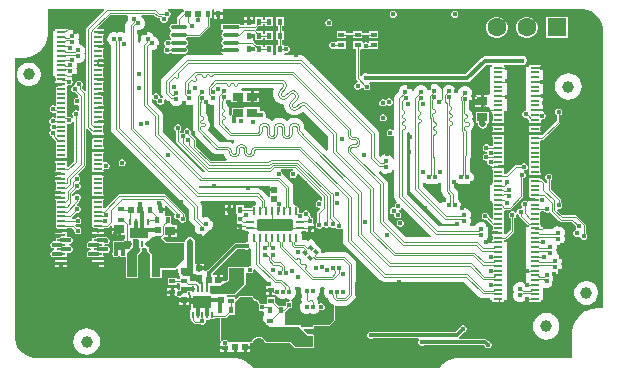
<source format=gbl>
G04*
G04 #@! TF.GenerationSoftware,Altium Limited,Altium Designer,22.11.1 (43)*
G04*
G04 Layer_Physical_Order=6*
G04 Layer_Color=16711680*
%FSLAX44Y44*%
%MOMM*%
G71*
G04*
G04 #@! TF.SameCoordinates,EA2F1550-8411-4DB4-965C-DA60C2665ED4*
G04*
G04*
G04 #@! TF.FilePolarity,Positive*
G04*
G01*
G75*
%ADD11C,0.3000*%
%ADD12C,0.2000*%
%ADD13C,0.1500*%
%ADD18R,0.5500X0.4500*%
%ADD19R,0.4500X0.5500*%
%ADD25R,0.9000X0.7000*%
%ADD39R,0.5200X0.5200*%
%ADD40R,0.5200X0.5200*%
%ADD75C,0.0889*%
%ADD77C,1.0000*%
%ADD78C,0.1016*%
%ADD79C,0.5000*%
%ADD80C,0.1020*%
%ADD81C,5.3000*%
%ADD82C,1.6000*%
%ADD83R,1.6000X1.6000*%
%ADD84O,1.1000X1.9000*%
%ADD85O,1.1000X2.4000*%
%ADD86C,0.4064*%
%ADD88R,0.7000X0.1800*%
%ADD89R,0.3200X0.3600*%
%ADD90R,0.8000X2.0000*%
%ADD91R,0.2800X0.5000*%
%ADD92R,1.6000X0.9000*%
%ADD93R,1.6002X0.9906*%
%ADD94R,0.2540X0.5588*%
G04:AMPARAMS|DCode=95|XSize=0.25mm|YSize=0.6mm|CornerRadius=0.025mm|HoleSize=0mm|Usage=FLASHONLY|Rotation=180.000|XOffset=0mm|YOffset=0mm|HoleType=Round|Shape=RoundedRectangle|*
%AMROUNDEDRECTD95*
21,1,0.2500,0.5500,0,0,180.0*
21,1,0.2000,0.6000,0,0,180.0*
1,1,0.0500,-0.1000,0.2750*
1,1,0.0500,0.1000,0.2750*
1,1,0.0500,0.1000,-0.2750*
1,1,0.0500,-0.1000,-0.2750*
%
%ADD95ROUNDEDRECTD95*%
G04:AMPARAMS|DCode=96|XSize=0.25mm|YSize=0.6mm|CornerRadius=0.025mm|HoleSize=0mm|Usage=FLASHONLY|Rotation=270.000|XOffset=0mm|YOffset=0mm|HoleType=Round|Shape=RoundedRectangle|*
%AMROUNDEDRECTD96*
21,1,0.2500,0.5500,0,0,270.0*
21,1,0.2000,0.6000,0,0,270.0*
1,1,0.0500,-0.2750,-0.1000*
1,1,0.0500,-0.2750,0.1000*
1,1,0.0500,0.2750,0.1000*
1,1,0.0500,0.2750,-0.1000*
%
%ADD96ROUNDEDRECTD96*%
G04:AMPARAMS|DCode=97|XSize=1mm|YSize=3mm|CornerRadius=0.05mm|HoleSize=0mm|Usage=FLASHONLY|Rotation=270.000|XOffset=0mm|YOffset=0mm|HoleType=Round|Shape=RoundedRectangle|*
%AMROUNDEDRECTD97*
21,1,1.0000,2.9000,0,0,270.0*
21,1,0.9000,3.0000,0,0,270.0*
1,1,0.1000,-1.4500,-0.4500*
1,1,0.1000,-1.4500,0.4500*
1,1,0.1000,1.4500,0.4500*
1,1,0.1000,1.4500,-0.4500*
%
%ADD97ROUNDEDRECTD97*%
%ADD98O,1.4000X0.3500*%
%ADD99R,1.4000X0.3500*%
%ADD100R,0.5000X0.4000*%
%ADD101R,1.0000X0.9000*%
G04:AMPARAMS|DCode=102|XSize=0.32mm|YSize=0.36mm|CornerRadius=0mm|HoleSize=0mm|Usage=FLASHONLY|Rotation=45.000|XOffset=0mm|YOffset=0mm|HoleType=Round|Shape=Rectangle|*
%AMROTATEDRECTD102*
4,1,4,0.0141,-0.2404,-0.2404,0.0141,-0.0141,0.2404,0.2404,-0.0141,0.0141,-0.2404,0.0*
%
%ADD102ROTATEDRECTD102*%

G36*
X430580Y297904D02*
X454422D01*
X456230Y297895D01*
X459784Y297190D01*
X463128Y295806D01*
X466138Y293796D01*
X468698Y291238D01*
X470709Y288229D01*
X472094Y284886D01*
X472800Y281336D01*
Y279527D01*
X472800Y44158D01*
X468424Y44158D01*
X468385Y44142D01*
X468344Y44156D01*
X466384Y44060D01*
X466270Y44006D01*
X466147Y44031D01*
X462302Y43266D01*
X462163Y43173D01*
X461997D01*
X458375Y41673D01*
X458257Y41556D01*
X458094Y41523D01*
X454834Y39345D01*
X454742Y39207D01*
X454588Y39143D01*
X451816Y36371D01*
X451752Y36217D01*
X451614Y36125D01*
X449436Y32865D01*
X449403Y32702D01*
X449286Y32584D01*
X447785Y28962D01*
Y28795D01*
X447693Y28657D01*
X446928Y24812D01*
X446953Y24688D01*
X446899Y24575D01*
X446802Y22615D01*
X446817Y22574D01*
X446801Y22535D01*
X446800Y2160D01*
X351312Y2109D01*
X351274Y2093D01*
X351234Y2107D01*
X349273Y2011D01*
X349159Y1958D01*
X349036Y1982D01*
X345188Y1218D01*
X345050Y1126D01*
X344884Y1126D01*
X341260Y-375D01*
X341142Y-492D01*
X340979Y-525D01*
X337717Y-2704D01*
X337647Y-2808D01*
X337529Y-2851D01*
X336074Y-4169D01*
X336056Y-4208D01*
X336016Y-4224D01*
X333899Y-6342D01*
X177453D01*
X175286Y-4175D01*
X175247Y-4159D01*
X175228Y-4120D01*
X173774Y-2802D01*
X173655Y-2760D01*
X173586Y-2655D01*
X170326Y-477D01*
X170163Y-444D01*
X170045Y-327D01*
X166423Y1173D01*
X166257D01*
X166118Y1266D01*
X162273Y2031D01*
X162150Y2006D01*
X162036Y2060D01*
X160075Y2156D01*
X160035Y2142D01*
X159996Y2158D01*
X98644D01*
X-6603Y2185D01*
X-6603Y2185D01*
X-6603Y2185D01*
X-8410Y2185D01*
X-11955Y2890D01*
X-15295Y4274D01*
X-18300Y6282D01*
X-20856Y8838D01*
X-22864Y11843D01*
X-24248Y15182D01*
X-24953Y18728D01*
X-24953Y20535D01*
X-24952Y255904D01*
X-18568D01*
X-18529Y255921D01*
X-18489Y255906D01*
X-16528Y256003D01*
X-16415Y256056D01*
X-16291Y256032D01*
X-12446Y256797D01*
X-12308Y256889D01*
X-12141D01*
X-8519Y258389D01*
X-8401Y258507D01*
X-8238Y258539D01*
X-4979Y260718D01*
X-4886Y260856D01*
X-4733Y260919D01*
X-1960Y263692D01*
X-1896Y263846D01*
X-1758Y263938D01*
X420Y267198D01*
X452Y267361D01*
X570Y267479D01*
X2070Y271101D01*
Y271267D01*
X2163Y271405D01*
X2928Y275251D01*
X2903Y275374D01*
X2957Y275488D01*
X3053Y277448D01*
X3039Y277488D01*
X3055Y277528D01*
X3055Y297904D01*
X50412D01*
X50898Y296731D01*
X36313Y282146D01*
X35830Y280980D01*
Y279345D01*
X35818Y279316D01*
Y228198D01*
X34548Y227945D01*
X34541Y227963D01*
X31817Y230687D01*
Y232006D01*
X32084Y232273D01*
X32548Y233394D01*
Y234606D01*
X32084Y235727D01*
X31227Y236584D01*
X30106Y237048D01*
X28894D01*
X27773Y236584D01*
X26916Y235727D01*
X26452Y234606D01*
Y233394D01*
X26221Y233048D01*
X25394D01*
X24273Y232584D01*
X23416Y231727D01*
X22952Y230606D01*
Y229394D01*
X23416Y228273D01*
X24273Y227416D01*
X25394Y226952D01*
X26120D01*
X28940Y224132D01*
X28881Y223529D01*
X28520Y222356D01*
X27307D01*
X26187Y221892D01*
X25329Y221035D01*
X24865Y219914D01*
Y218702D01*
X25329Y217581D01*
X26187Y216724D01*
X27307Y216260D01*
X28520D01*
X28550Y216273D01*
X29820Y215424D01*
Y212065D01*
X28577Y211512D01*
X27456Y211976D01*
X26244D01*
X25124Y211512D01*
X24266Y210655D01*
X23802Y209535D01*
Y208322D01*
X24266Y207202D01*
X25033Y206435D01*
X25014Y205901D01*
X24767Y205784D01*
X23642Y205639D01*
X23046Y206236D01*
X21925Y206700D01*
X20713D01*
X20386Y206565D01*
X19116Y207413D01*
X19116Y210813D01*
X19116Y211915D01*
X19116D01*
Y212083D01*
X19116Y212083D01*
X19116Y215915D01*
X19116Y217185D01*
X19116Y219915D01*
X19116Y221185D01*
X19116Y223915D01*
X19116Y225185D01*
X19116Y227915D01*
X19116Y229185D01*
Y231559D01*
X19640D01*
Y232448D01*
X20394Y232952D01*
X21606D01*
X22727Y233416D01*
X23584Y234273D01*
X24048Y235394D01*
Y236606D01*
X23584Y237727D01*
X23394Y237916D01*
X23383Y238001D01*
X23766Y239340D01*
X25376Y240007D01*
X27019Y241650D01*
X27909Y243797D01*
Y246122D01*
X27338Y247500D01*
X27909Y248878D01*
Y251202D01*
X28189Y251621D01*
X29595D01*
X31742Y252511D01*
X33385Y254154D01*
X34275Y256301D01*
Y258626D01*
X33704Y260004D01*
X34275Y261381D01*
Y263706D01*
X33385Y265853D01*
X31742Y267496D01*
X29642Y268366D01*
Y270483D01*
X28921Y272225D01*
X29341Y273239D01*
Y275564D01*
X28451Y277711D01*
X26808Y279354D01*
X24661Y280243D01*
X22337D01*
X20910Y279653D01*
X19640Y280439D01*
Y280439D01*
X9560D01*
Y278709D01*
X7290D01*
Y265289D01*
Y253289D01*
Y241289D01*
X9560D01*
Y239559D01*
X10084D01*
Y236439D01*
X9560D01*
Y235268D01*
X14600D01*
Y232729D01*
X9560D01*
Y231559D01*
X9560D01*
X10084Y231035D01*
X10084Y228083D01*
X10084Y226813D01*
X10084Y224083D01*
X10084Y222813D01*
X10084Y220083D01*
X10084Y218813D01*
X10084Y216725D01*
X8971Y215890D01*
X8814Y215886D01*
X8462Y216032D01*
X7249D01*
X6129Y215568D01*
X5271Y214711D01*
X4807Y213590D01*
Y212378D01*
X5271Y211257D01*
X6129Y210400D01*
X7249Y209936D01*
X8462D01*
X9064Y210185D01*
X10084Y209374D01*
X10084Y208083D01*
X10084Y206212D01*
X9710Y205914D01*
X8814Y205527D01*
X7964Y205879D01*
X6752D01*
X5631Y205415D01*
X4774Y204558D01*
X4310Y203438D01*
Y202225D01*
X4774Y201105D01*
X5631Y200247D01*
X5750Y199649D01*
X5657Y199555D01*
X5193Y198435D01*
Y197222D01*
X5657Y196102D01*
X5750Y196008D01*
X5631Y195410D01*
X4774Y194552D01*
X4310Y193432D01*
Y192220D01*
X4774Y191099D01*
X5631Y190242D01*
X6336Y189950D01*
X6775Y188891D01*
X10084Y185582D01*
X10084Y184083D01*
X10084Y182813D01*
X10084Y180083D01*
X10084Y178813D01*
X10084Y176083D01*
X10084Y174813D01*
Y172439D01*
X9560D01*
Y171269D01*
X14600D01*
X19640D01*
Y172439D01*
X19640D01*
X19116Y172963D01*
X19116Y175915D01*
X19116Y177185D01*
X19116Y179915D01*
X19116Y181185D01*
X19116Y183915D01*
X19116Y185185D01*
Y186813D01*
X19116Y187915D01*
X19116D01*
Y188083D01*
X19116D01*
Y191915D01*
X19116Y191915D01*
Y192083D01*
X19116D01*
X19116Y193185D01*
Y195914D01*
X19116Y195915D01*
Y196083D01*
X19116D01*
X19116Y197185D01*
Y199915D01*
X19116D01*
Y200083D01*
X20386Y200739D01*
X20713Y200604D01*
X21925D01*
X23046Y201068D01*
X23903Y201925D01*
X24080Y202354D01*
X25350Y202101D01*
Y169183D01*
X20386Y164219D01*
X19116Y164745D01*
X19116Y165185D01*
Y167559D01*
X19640D01*
Y168729D01*
X14600D01*
X9560D01*
Y167559D01*
X9560D01*
X10084Y167035D01*
X10084Y164083D01*
X10084Y162813D01*
Y160439D01*
X9560D01*
Y159269D01*
X14600D01*
Y156729D01*
X9560D01*
Y155268D01*
X14600D01*
Y152728D01*
X9560D01*
Y151559D01*
X10084D01*
Y148083D01*
X10084Y148083D01*
Y147914D01*
X10084D01*
X10084Y146813D01*
Y144439D01*
X9560D01*
Y143268D01*
X14600D01*
Y140729D01*
X9560D01*
Y139269D01*
X14600D01*
Y136728D01*
X9560D01*
Y135559D01*
X10084D01*
Y132083D01*
X10084Y132083D01*
Y131915D01*
X10084D01*
X10084Y130813D01*
Y128083D01*
X10084D01*
Y127915D01*
X10084Y127914D01*
X10084Y124083D01*
X10084Y122813D01*
X10084Y120083D01*
X10084Y118813D01*
X10084Y116083D01*
X10084Y114813D01*
Y112439D01*
X9560D01*
Y111269D01*
X14600D01*
X19640D01*
Y112349D01*
X23818D01*
X25483Y110684D01*
X25469Y110650D01*
Y109437D01*
X25933Y108317D01*
X26790Y107460D01*
X27911Y106996D01*
X29123D01*
X30243Y107460D01*
X31101Y108317D01*
X31565Y109437D01*
Y110650D01*
X31101Y111770D01*
X30243Y112628D01*
X29123Y113092D01*
X27911D01*
X27791Y113042D01*
X26061Y114771D01*
X26790Y115739D01*
X27911Y115275D01*
X29123D01*
X30243Y115739D01*
X31101Y116597D01*
X31565Y117717D01*
Y118930D01*
X31101Y120050D01*
X30243Y120907D01*
X29123Y121371D01*
X27911D01*
X26790Y120907D01*
X25933Y120050D01*
X25834Y119811D01*
X23803D01*
X23735Y119920D01*
X23414Y121081D01*
X27317Y124984D01*
X27394Y124952D01*
X28606D01*
X29727Y125416D01*
X30584Y126273D01*
X31048Y127394D01*
Y128606D01*
X30584Y129727D01*
X29727Y130584D01*
X28606Y131048D01*
X28177D01*
X27651Y132318D01*
X29166Y133834D01*
X29650Y135000D01*
Y135384D01*
X29727Y135416D01*
X30584Y136273D01*
X31048Y137394D01*
Y138606D01*
X30584Y139727D01*
X29727Y140584D01*
X28606Y141048D01*
X27394D01*
X26273Y140584D01*
X25416Y139727D01*
X25092Y138943D01*
X23821Y139196D01*
Y141254D01*
X27043Y144476D01*
X27120Y144445D01*
X28333D01*
X29453Y144909D01*
X30311Y145766D01*
X30775Y146886D01*
Y148099D01*
X30311Y149219D01*
X29453Y150077D01*
X29382Y150106D01*
X29289Y150887D01*
X29318Y151507D01*
X30084Y152273D01*
X30548Y153394D01*
Y154606D01*
X30084Y155727D01*
X29227Y156584D01*
X29128Y156625D01*
X28830Y158123D01*
X34668Y163961D01*
X35151Y165128D01*
Y196357D01*
X35922Y196686D01*
X36421Y196746D01*
X39723Y193445D01*
X40360Y192439D01*
Y191269D01*
X45400D01*
X50440D01*
Y192439D01*
X49916D01*
Y194813D01*
X49916Y195914D01*
X49916D01*
Y196083D01*
X49916D01*
Y199559D01*
X50440D01*
Y200729D01*
X45400D01*
Y203269D01*
X50440D01*
Y204439D01*
X49916D01*
Y207915D01*
X49916D01*
Y208083D01*
X49916D01*
Y211559D01*
X50440D01*
Y212729D01*
X45400D01*
Y215269D01*
X50440D01*
Y216439D01*
X49916D01*
Y219914D01*
X49916D01*
Y220083D01*
X49916D01*
Y223559D01*
X50440D01*
Y224729D01*
X45400D01*
Y227269D01*
X50440D01*
Y228439D01*
X49916D01*
Y231915D01*
X49916D01*
Y232083D01*
X49916D01*
Y235559D01*
X50440D01*
Y236728D01*
X45400D01*
Y239268D01*
X50440D01*
Y240439D01*
X49916D01*
Y243915D01*
X49916D01*
Y244083D01*
X49916D01*
Y247559D01*
X50440D01*
Y248729D01*
X45400D01*
Y251269D01*
X50440D01*
Y252729D01*
X45400D01*
Y255268D01*
X50440D01*
Y256439D01*
X49916D01*
Y259914D01*
X49916D01*
Y260083D01*
X49916D01*
Y263559D01*
X50440D01*
Y264729D01*
X45400D01*
Y267269D01*
X50440D01*
Y268439D01*
X49916D01*
Y271915D01*
X49916D01*
Y272083D01*
X49916D01*
Y275559D01*
X50440D01*
Y276729D01*
X45400D01*
Y279269D01*
X50440D01*
Y280439D01*
X45457D01*
X44970Y281612D01*
X56225Y292866D01*
X70039D01*
X70888Y291596D01*
X70378Y290365D01*
Y288041D01*
X70524Y287689D01*
X69982Y287148D01*
X69028Y285719D01*
X68693Y284034D01*
Y278128D01*
X67423Y277514D01*
X65659Y278244D01*
X63335D01*
X61957Y277674D01*
X60579Y278244D01*
X58255D01*
X56108Y277355D01*
X54464Y275712D01*
X53575Y273565D01*
Y271241D01*
X54464Y269093D01*
X56108Y267450D01*
X56538Y267271D01*
Y196186D01*
X56873Y194501D01*
X57828Y193072D01*
X122664Y128236D01*
Y120014D01*
X123000Y118329D01*
X123954Y116901D01*
X127591Y113264D01*
X127413Y112833D01*
Y110509D01*
X128302Y108362D01*
X129946Y106718D01*
X132093Y105829D01*
X134417D01*
X136564Y106718D01*
X138208Y108362D01*
X138778Y109740D01*
X140156Y110310D01*
X141800Y111954D01*
X142689Y114101D01*
Y116425D01*
X141800Y118572D01*
X140156Y120216D01*
X138009Y121105D01*
X135685D01*
X135254Y120927D01*
X133502Y122679D01*
Y130901D01*
X133502Y130901D01*
X133167Y132586D01*
X132337Y133827D01*
X132703Y135097D01*
X178176D01*
X179370Y133903D01*
X179224Y132278D01*
X179073Y132177D01*
X178176Y130834D01*
X178133Y130620D01*
X177000D01*
X176031Y130219D01*
X175630Y129250D01*
Y129150D01*
X168766D01*
Y131266D01*
X162234D01*
Y123734D01*
X163017D01*
X163384Y122616D01*
X163384D01*
Y117540D01*
X162860D01*
Y115470D01*
X166000D01*
Y114200D01*
X167270D01*
Y110860D01*
X169140D01*
X169960Y110210D01*
X170552Y109814D01*
X171250Y109675D01*
X172878D01*
X173557Y108405D01*
X173176Y107834D01*
X172861Y106250D01*
Y101110D01*
X172411Y100477D01*
X171705Y100048D01*
X170894D01*
X169773Y99584D01*
X169755Y99565D01*
X162474D01*
X161492Y99370D01*
X160660Y98814D01*
X138815Y76969D01*
X138789D01*
X137668Y76505D01*
X136811Y75648D01*
X135450Y75623D01*
X135140Y75802D01*
Y76730D01*
X131000D01*
Y78000D01*
X129730D01*
Y82140D01*
X128088D01*
Y100000D01*
X127739Y101756D01*
X126744Y103244D01*
X125256Y104239D01*
X123500Y104588D01*
X121744Y104239D01*
X120256Y103244D01*
X119261Y101756D01*
X119094Y100917D01*
X118500Y100600D01*
X103955D01*
X100865Y103690D01*
X101391Y104960D01*
X105230D01*
Y110000D01*
X106500D01*
Y111270D01*
X112540D01*
Y115040D01*
X108956D01*
X107766Y115234D01*
Y122766D01*
X103376D01*
X103369Y122769D01*
X102290Y123283D01*
X102290D01*
Y126230D01*
X98500D01*
Y128770D01*
X102290D01*
Y130581D01*
X103560Y131107D01*
X110473Y124194D01*
X110023Y123106D01*
Y121894D01*
X110487Y120773D01*
X111344Y119916D01*
X112465Y119452D01*
X113677D01*
X114164Y119127D01*
Y118951D01*
X114628Y117831D01*
X115485Y116973D01*
X116606Y116510D01*
X117818D01*
X118939Y116973D01*
X119796Y117831D01*
X120260Y118951D01*
Y120164D01*
X119796Y121284D01*
X118939Y122141D01*
X118862Y122173D01*
Y123788D01*
X118378Y124955D01*
X103166Y140166D01*
X102000Y140650D01*
X63505D01*
X62338Y140166D01*
X51186Y129014D01*
X49916Y129540D01*
X49916Y131915D01*
X49916Y133185D01*
Y135559D01*
X50440D01*
Y136728D01*
X45400D01*
X40360D01*
Y135559D01*
X40360D01*
X40884Y135035D01*
X40884Y132083D01*
X40884Y130813D01*
X40884Y128083D01*
X40884Y126813D01*
Y124083D01*
X40884Y124083D01*
Y123914D01*
X40884D01*
X40884Y122813D01*
Y120083D01*
X40884Y120083D01*
Y119915D01*
X40884D01*
X40884Y118813D01*
Y117185D01*
X40884Y116083D01*
X40884D01*
Y115915D01*
X40884D01*
Y112439D01*
X40360D01*
Y111269D01*
X45400D01*
X50440D01*
Y111921D01*
X52920D01*
X54087Y112405D01*
X56287Y114605D01*
X57460Y114118D01*
Y112270D01*
X63500D01*
Y111000D01*
X64770D01*
Y105960D01*
X68350D01*
Y102600D01*
X68000D01*
X67222Y102278D01*
X66461Y101516D01*
X57984D01*
Y95248D01*
X57935Y95000D01*
Y92245D01*
X57916Y92227D01*
X57452Y91106D01*
Y89894D01*
X57916Y88773D01*
X58773Y87916D01*
X59894Y87452D01*
X61106D01*
X62227Y87916D01*
X62700Y88390D01*
X63500Y88642D01*
X64300Y88390D01*
X64773Y87916D01*
X65894Y87452D01*
X67106D01*
X68226Y87916D01*
X69400Y87294D01*
X69400Y71000D01*
X69484Y70798D01*
Y69484D01*
X79516D01*
Y70798D01*
X79600Y71000D01*
Y89544D01*
X82278Y92222D01*
X82600Y93000D01*
Y94984D01*
X85416D01*
X85416Y94984D01*
X85584D01*
Y94984D01*
X86502Y94984D01*
X87400Y94086D01*
Y92500D01*
X87722Y91722D01*
X89484Y89961D01*
Y69484D01*
X99516D01*
Y76900D01*
X111000D01*
X111778Y77222D01*
X112441Y77885D01*
X113711Y77359D01*
Y74250D01*
X113750Y74053D01*
Y72250D01*
X113974D01*
X114823Y70980D01*
X114734Y70766D01*
X114734D01*
Y68650D01*
X112266D01*
Y70266D01*
X104734D01*
Y63734D01*
X112266D01*
Y65350D01*
X114363D01*
X114734Y64234D01*
X114883Y63116D01*
X114883D01*
Y60071D01*
X113854Y59847D01*
X112790Y60651D01*
Y61790D01*
X109770D01*
Y58000D01*
Y54210D01*
X112471D01*
X112571Y54110D01*
X113692Y53646D01*
X114359D01*
Y52770D01*
X118499D01*
X122639D01*
Y55640D01*
X122115Y55884D01*
Y57730D01*
X123652D01*
X123713Y56485D01*
X123713D01*
X124458Y55546D01*
Y50770D01*
X133999D01*
Y48230D01*
X124458D01*
Y43007D01*
X123713Y42515D01*
X123713D01*
Y34895D01*
X124463D01*
Y34387D01*
X124947Y33221D01*
X126417Y31750D01*
X127583Y31267D01*
X131922D01*
X132273Y30916D01*
X133394Y30452D01*
X134606D01*
X135727Y30916D01*
X136584Y31773D01*
X137048Y32894D01*
Y34106D01*
X137225Y34371D01*
X140809D01*
Y34895D01*
X144285D01*
Y35850D01*
X148900D01*
Y17724D01*
X148900Y17609D01*
X148901Y17607D01*
X148919Y17563D01*
X148904Y17515D01*
X149136Y17041D01*
X149222Y16831D01*
X149242Y16823D01*
X149334Y16634D01*
X149341Y16634D01*
X149960Y15960D01*
X149565Y14690D01*
X148810D01*
Y12170D01*
X153100D01*
Y10900D01*
X154370D01*
Y7110D01*
X156252D01*
X157390Y7110D01*
X158598Y7260D01*
X160330D01*
Y11400D01*
X162870D01*
Y7260D01*
X165740D01*
Y7260D01*
X165960D01*
Y7260D01*
X168830D01*
Y11400D01*
X170100D01*
Y12670D01*
X174240D01*
Y14900D01*
X175865D01*
X176068Y14984D01*
X176286D01*
X176441Y15139D01*
X176643Y15222D01*
X176727Y15424D01*
X176882Y15579D01*
X177069Y16032D01*
X177937Y17163D01*
X179069Y18031D01*
X180386Y18577D01*
X181800Y18763D01*
X183214Y18577D01*
X184531Y18031D01*
X185663Y17163D01*
X186531Y16032D01*
X186719Y15579D01*
X186873Y15424D01*
X186957Y15222D01*
X187159Y15139D01*
X187314Y14984D01*
X187532D01*
X187735Y14900D01*
X208545D01*
X212722Y10722D01*
X213500Y10400D01*
X227500D01*
X228278Y10722D01*
X228386Y10984D01*
X228516D01*
Y11298D01*
X228600Y11500D01*
Y21000D01*
X228516Y21202D01*
Y22016D01*
X227702D01*
X227500Y22100D01*
X223456D01*
X219745Y25811D01*
X220231Y26984D01*
X228516D01*
Y28900D01*
X241000D01*
X241778Y29222D01*
X245778Y33222D01*
X246100Y34000D01*
Y45775D01*
X247081Y46581D01*
X247159Y46565D01*
X255342D01*
X257027Y46901D01*
X258455Y47855D01*
X262964Y52364D01*
X263918Y53792D01*
X264253Y55477D01*
Y81622D01*
X263918Y83307D01*
X262964Y84735D01*
X256786Y90912D01*
X255358Y91867D01*
X253673Y92202D01*
X236949D01*
X229631Y99520D01*
X225672Y103479D01*
X223328Y101136D01*
X221995Y102028D01*
X220310Y102363D01*
X218139D01*
Y106250D01*
X217824Y107834D01*
X217443Y108405D01*
X218122Y109675D01*
X219750D01*
X220448Y109814D01*
X220590Y109909D01*
X221860Y109324D01*
Y108860D01*
X223730D01*
Y112200D01*
X225000D01*
Y113470D01*
X228140D01*
Y115540D01*
X227616D01*
Y120616D01*
X225558D01*
Y121881D01*
X225074Y123047D01*
X224954Y123167D01*
X225048Y123394D01*
Y124606D01*
X224584Y125727D01*
X223727Y126584D01*
X222606Y127048D01*
X221394D01*
X220273Y126584D01*
X219416Y125727D01*
X218649Y124786D01*
X217529Y125250D01*
X216316D01*
X215370Y125882D01*
Y129250D01*
X214969Y130219D01*
X214000Y130620D01*
X212867D01*
X212824Y130834D01*
X211927Y132177D01*
X210919Y132851D01*
Y146858D01*
X210583Y148542D01*
X209629Y149971D01*
X201987Y157613D01*
X201571Y157891D01*
Y158700D01*
X201107Y159820D01*
X200308Y160619D01*
X200327Y160916D01*
X200643Y161889D01*
X210961D01*
X210999Y161818D01*
X210437Y160639D01*
X210272Y160498D01*
X209273Y160084D01*
X208416Y159227D01*
X207952Y158106D01*
Y156894D01*
X208416Y155773D01*
X209273Y154916D01*
X210394Y154452D01*
X211606D01*
X212727Y154916D01*
X213584Y155773D01*
X214048Y156894D01*
Y158095D01*
X214081Y158127D01*
X215133Y158807D01*
X235350Y138589D01*
Y136119D01*
X234080Y135352D01*
X233606Y135548D01*
X232394D01*
X231273Y135084D01*
X230416Y134227D01*
X229952Y133106D01*
Y131894D01*
X230416Y130773D01*
X231273Y129916D01*
X232394Y129452D01*
X233323D01*
X233843Y128634D01*
X233946Y128279D01*
X231870Y126202D01*
X231387Y125036D01*
Y116987D01*
X231310Y116955D01*
X230452Y116098D01*
X229988Y114977D01*
Y113765D01*
X230452Y112644D01*
X231310Y111787D01*
X232430Y111323D01*
X233642D01*
X234763Y111787D01*
X235620Y112644D01*
X235658Y112736D01*
X237156Y113034D01*
X237273Y112916D01*
X238394Y112452D01*
X239606D01*
X240727Y112916D01*
X240920Y113110D01*
X241750Y113663D01*
X242580Y113110D01*
X242773Y112916D01*
X243894Y112452D01*
X245106D01*
X246227Y112916D01*
X247411Y112398D01*
X248268Y111541D01*
X249389Y111077D01*
X250601D01*
X251721Y111541D01*
X251733Y111552D01*
X253003Y111026D01*
Y101159D01*
X253333Y99499D01*
X254274Y98092D01*
X284433Y67933D01*
X285840Y66992D01*
X287500Y66662D01*
X355650D01*
X368460Y53852D01*
X369868Y52912D01*
X371528Y52581D01*
X377290D01*
Y51289D01*
X379560D01*
Y49559D01*
X389640D01*
Y51289D01*
X391910D01*
Y63289D01*
Y75289D01*
Y87289D01*
Y100709D01*
X389640D01*
Y102349D01*
X390499D01*
X391665Y102832D01*
X397666Y108834D01*
X398150Y110000D01*
Y120884D01*
X398227Y120916D01*
X399084Y121773D01*
X399548Y122894D01*
Y123413D01*
X400459Y123740D01*
X400818Y123769D01*
X401602Y122985D01*
X402262Y122711D01*
Y122588D01*
X402745Y121422D01*
X409335Y114832D01*
X410360Y114408D01*
Y112709D01*
X408090D01*
Y103289D01*
Y91289D01*
Y79289D01*
Y65630D01*
X406820Y65104D01*
X406454Y65470D01*
X404307Y66359D01*
X401982D01*
X399835Y65470D01*
X398192Y63826D01*
X397303Y61679D01*
Y59355D01*
X397873Y57977D01*
X397303Y56599D01*
Y54275D01*
X398192Y52128D01*
X399835Y50484D01*
X401982Y49595D01*
X404307D01*
X406454Y50484D01*
X406908Y50939D01*
X408090Y51289D01*
Y51289D01*
X408090Y51289D01*
X410360D01*
Y49559D01*
X420440D01*
Y51289D01*
X422710D01*
Y61077D01*
X423766Y61783D01*
X424146Y61625D01*
X426470D01*
X428617Y62515D01*
X430261Y64158D01*
X431150Y66305D01*
Y68629D01*
X430579Y70007D01*
X431150Y71385D01*
Y72469D01*
X431485Y73642D01*
X432323Y73642D01*
X433809D01*
X435956Y74531D01*
X437599Y76175D01*
X438489Y78322D01*
Y80646D01*
X437918Y82024D01*
X438489Y83402D01*
Y85726D01*
X437599Y87873D01*
X435956Y89517D01*
X433917Y90361D01*
Y92537D01*
X433346Y93915D01*
X433917Y95293D01*
Y97320D01*
X434047Y97407D01*
X436371D01*
X438518Y98296D01*
X440162Y99939D01*
X441051Y102086D01*
Y104410D01*
X440480Y105788D01*
X441051Y107166D01*
Y109490D01*
X440162Y111638D01*
X438518Y113281D01*
X436371Y114171D01*
X434047D01*
X431900Y113281D01*
X430257Y111638D01*
X430078Y111206D01*
X428863D01*
X427807Y111416D01*
X422710D01*
Y112709D01*
X420440D01*
Y114439D01*
X419916D01*
Y116813D01*
X419916Y117914D01*
X419916D01*
Y118083D01*
X419916D01*
Y120813D01*
X419916Y121915D01*
X419916D01*
Y122083D01*
X419916Y122083D01*
X419916Y125915D01*
X421006Y126349D01*
X423385D01*
X423416Y126273D01*
X424273Y125416D01*
X425394Y124952D01*
X426606D01*
X427727Y125416D01*
X428138Y125828D01*
X428390Y125778D01*
X436084Y118084D01*
X437250Y117600D01*
X446567D01*
X449984Y114183D01*
X449952Y114106D01*
Y112894D01*
X450233Y112217D01*
X450302Y111611D01*
X449677Y110716D01*
X449252Y110540D01*
X448394Y109683D01*
X447930Y108563D01*
Y107350D01*
X448394Y106230D01*
X449252Y105372D01*
X450372Y104908D01*
X451584D01*
X452705Y105372D01*
X453896Y104894D01*
X454360Y103773D01*
X455217Y102916D01*
X456338Y102452D01*
X457550D01*
X458671Y102916D01*
X459528Y103773D01*
X459992Y104894D01*
Y106106D01*
X459528Y107227D01*
X458671Y108084D01*
X458594Y108116D01*
Y114585D01*
X458110Y115751D01*
X451413Y122448D01*
X450247Y122932D01*
X438775D01*
X434265Y127441D01*
X434985Y128518D01*
X435144Y128452D01*
X436356D01*
X437477Y128916D01*
X438334Y129773D01*
X438798Y130894D01*
Y132106D01*
X438334Y133227D01*
X437477Y134084D01*
X437400Y134116D01*
Y136250D01*
X436916Y137416D01*
X428900Y145433D01*
Y152384D01*
X428977Y152416D01*
X429834Y153273D01*
X430298Y154394D01*
Y155606D01*
X429834Y156727D01*
X428977Y157584D01*
X427856Y158048D01*
X426644D01*
X425523Y157584D01*
X424666Y156727D01*
X424202Y155606D01*
Y154394D01*
X424666Y153273D01*
X425523Y152416D01*
X425600Y152384D01*
Y150323D01*
X424400Y150156D01*
X423916Y151323D01*
X422074Y153165D01*
X420908Y153648D01*
X420440D01*
Y154729D01*
X415400D01*
X410360D01*
Y153559D01*
X410360D01*
X410884Y153035D01*
X410884Y150083D01*
X410884Y148813D01*
X410884Y146083D01*
X410884Y144813D01*
X410884Y142083D01*
X410884Y140813D01*
Y138439D01*
X410360D01*
Y137269D01*
X415400D01*
Y134729D01*
X410161D01*
X409090Y134285D01*
X408611Y134764D01*
X407491Y135228D01*
X406278D01*
X405158Y134764D01*
X404301Y133906D01*
X403837Y132786D01*
Y131574D01*
X404301Y130453D01*
X404359Y130395D01*
X404299Y129790D01*
X403935Y128617D01*
X402722D01*
X401602Y128153D01*
X400745Y127295D01*
X400281Y126175D01*
Y125656D01*
X399370Y125329D01*
X399011Y125300D01*
X398227Y126084D01*
X397106Y126548D01*
X395894D01*
X394773Y126084D01*
X393916Y125227D01*
X393452Y124106D01*
Y122894D01*
X393916Y121773D01*
X394773Y120916D01*
X394850Y120884D01*
Y110683D01*
X390910Y106743D01*
X389640Y107269D01*
Y110439D01*
X389640D01*
X389116Y110963D01*
X389116Y113915D01*
X389116Y115185D01*
Y116813D01*
X389116Y117914D01*
X389116D01*
Y118083D01*
X389116Y118083D01*
X389116Y121915D01*
X389116Y123185D01*
X389116Y125915D01*
X389116Y126822D01*
X390225Y127850D01*
X390392D01*
X390527Y127794D01*
X394060D01*
X395227Y128278D01*
X405166Y138217D01*
X405650Y139384D01*
Y154177D01*
X406227Y154416D01*
X407084Y155273D01*
X407548Y156394D01*
Y157606D01*
X407084Y158727D01*
X406227Y159584D01*
X405990Y159682D01*
X406242Y160952D01*
X407106D01*
X408227Y161416D01*
X409084Y162273D01*
X409548Y163394D01*
Y164606D01*
X409084Y165727D01*
X408227Y166584D01*
X407106Y167048D01*
X405894D01*
X404773Y166584D01*
X403916Y165727D01*
X403884Y165650D01*
X399500D01*
X398334Y165166D01*
X390815Y157648D01*
X390206D01*
X389116Y158083D01*
X389116Y159185D01*
Y161559D01*
X389640D01*
Y162729D01*
X384600D01*
Y165269D01*
X389640D01*
Y166439D01*
X389116D01*
Y168813D01*
X389116Y169914D01*
X389116D01*
Y170083D01*
X389116D01*
Y173915D01*
X389116Y173915D01*
Y174083D01*
X389116D01*
X389116Y175185D01*
Y176813D01*
X389116Y177915D01*
X389116D01*
Y178083D01*
X389116Y178083D01*
X389116Y181915D01*
X389116Y183185D01*
X389116Y185915D01*
X389116Y187185D01*
Y189559D01*
X389640D01*
Y190729D01*
X384600D01*
X379560D01*
Y189559D01*
X379560D01*
X380084Y189035D01*
X380084Y186083D01*
X380084Y184813D01*
X380084Y182083D01*
X378994Y181648D01*
X377116D01*
X377084Y181727D01*
X376227Y182584D01*
X375106Y183048D01*
X373894D01*
X372773Y182584D01*
X371916Y181727D01*
X371452Y180606D01*
Y179394D01*
X371916Y178273D01*
X372773Y177416D01*
X373894Y176952D01*
X374638Y176592D01*
X374623Y175284D01*
X373926Y175050D01*
X373894Y175048D01*
X373894D01*
X372773Y174584D01*
X371916Y173727D01*
X371452Y172606D01*
Y171394D01*
X371916Y170273D01*
X372773Y169416D01*
X373894Y168952D01*
X373894D01*
X373926Y168950D01*
X374952Y168606D01*
Y167394D01*
X375416Y166273D01*
X376273Y165416D01*
X377394Y164952D01*
X378606D01*
X379560Y164315D01*
Y161559D01*
X379560D01*
X380084Y161035D01*
X380084Y158083D01*
X380084Y156813D01*
X380084Y154083D01*
X380084Y152813D01*
Y150439D01*
X379560D01*
Y148709D01*
X377290D01*
Y135289D01*
X379560D01*
Y133559D01*
X380084D01*
Y131185D01*
X380084Y130083D01*
X380084D01*
Y129915D01*
X380084Y129915D01*
X380084Y126083D01*
X380084Y124813D01*
X380084Y122083D01*
X380084Y119908D01*
X378911Y119422D01*
X376653Y121680D01*
Y122851D01*
X376189Y123971D01*
X375331Y124828D01*
X374211Y125292D01*
X372999D01*
X371878Y124828D01*
X371021Y123971D01*
X370557Y122851D01*
Y121638D01*
X371021Y120518D01*
X371878Y119660D01*
X372999Y119196D01*
X374211D01*
X374395Y119272D01*
X378835Y114832D01*
X379177Y114691D01*
X380029Y113962D01*
X380084Y113176D01*
X380084Y112813D01*
Y110439D01*
X379560D01*
Y109269D01*
X384600D01*
Y106729D01*
X379560D01*
Y105559D01*
X380084D01*
Y102439D01*
X379560D01*
Y100709D01*
X377290D01*
Y99416D01*
X374070D01*
X373697Y99858D01*
X373415Y101116D01*
X375059Y102759D01*
X375948Y104906D01*
Y107230D01*
X375378Y108608D01*
X375948Y109986D01*
Y112310D01*
X375059Y114457D01*
X373415Y116101D01*
X371268Y116990D01*
X368944D01*
X366797Y116101D01*
X365154Y114457D01*
X364975Y114025D01*
X360608D01*
X360122Y115199D01*
X360138Y115215D01*
X361028Y117363D01*
Y119687D01*
X360457Y121065D01*
X361028Y122443D01*
Y124767D01*
X360138Y126914D01*
X358495Y128557D01*
X356348Y129447D01*
X354197D01*
X353209Y130379D01*
X353269Y130524D01*
Y132848D01*
X352379Y134995D01*
X350736Y136638D01*
X350441Y136761D01*
Y140897D01*
X350111Y142557D01*
X349170Y143964D01*
X347167Y145968D01*
Y150495D01*
X348437Y151021D01*
X349427Y150030D01*
X351575Y149141D01*
X353899D01*
X355277Y149712D01*
X356655Y149141D01*
X358979D01*
X361126Y150030D01*
X362769Y151674D01*
X363659Y153821D01*
Y156145D01*
X362769Y158292D01*
X361126Y159936D01*
X360694Y160114D01*
Y171644D01*
X360955Y172034D01*
X361285Y173694D01*
Y193973D01*
X361043Y195193D01*
X362322Y196048D01*
X363472Y197770D01*
X363876Y199801D01*
X363876D01*
Y201068D01*
X363876D01*
X363472Y203099D01*
X362388Y204722D01*
X362670Y206139D01*
X362670D01*
Y207406D01*
X362670D01*
X362266Y209437D01*
X361115Y211159D01*
X359990Y211911D01*
Y217110D01*
X361172Y218292D01*
X362062Y220439D01*
Y222764D01*
X361491Y224142D01*
X362062Y225520D01*
Y227844D01*
X361172Y229991D01*
X359529Y231634D01*
X357382Y232523D01*
X355057D01*
X352910Y231634D01*
X351267Y229991D01*
X350378Y227844D01*
Y226974D01*
X349660Y226256D01*
X349549Y226091D01*
X348397Y226628D01*
Y228952D01*
X347508Y231099D01*
X345864Y232743D01*
X343717Y233632D01*
X341393D01*
X339246Y232743D01*
X337603Y231099D01*
X337237Y230217D01*
X335862D01*
X335366Y231415D01*
X333722Y233058D01*
X331575Y233948D01*
X329251D01*
X327104Y233058D01*
X325461Y231415D01*
X325237Y230876D01*
X323871Y230895D01*
X322379Y232387D01*
X320232Y233276D01*
X317908D01*
X315760Y232387D01*
X314117Y230744D01*
X313267Y228691D01*
X313190Y228574D01*
X312949Y228434D01*
X312617Y228500D01*
X311519Y229072D01*
X310789Y230834D01*
X309146Y232478D01*
X306999Y233367D01*
X304675D01*
X302527Y232478D01*
X300884Y230834D01*
X299995Y228687D01*
Y227818D01*
X297717Y225540D01*
X296777Y224133D01*
X296446Y222473D01*
Y195587D01*
X295176Y195061D01*
X294723Y195514D01*
X293603Y195978D01*
X292390D01*
X291270Y195514D01*
X290412Y194657D01*
X289948Y193537D01*
Y192324D01*
X290412Y191204D01*
X291270Y190346D01*
X292390Y189882D01*
X293603D01*
X294723Y190346D01*
X295176Y190800D01*
X296446Y190274D01*
Y170717D01*
X295176Y170464D01*
X294539Y172003D01*
X292896Y173646D01*
X290749Y174535D01*
X288424D01*
X286277Y173646D01*
X285133Y172502D01*
X283338Y174297D01*
Y192553D01*
X283008Y194213D01*
X282067Y195621D01*
X220462Y257226D01*
X219054Y258167D01*
X217394Y258497D01*
X202845D01*
X202766Y259734D01*
X202766Y259764D01*
X204036Y260600D01*
X204394Y260452D01*
X205606D01*
X206727Y260916D01*
X207584Y261773D01*
X208048Y262894D01*
Y264106D01*
X207584Y265227D01*
X206727Y266084D01*
X205606Y266548D01*
X204394D01*
X204036Y266400D01*
X202766Y267236D01*
Y267266D01*
X201150D01*
Y271234D01*
X202766D01*
Y278766D01*
X201150D01*
Y282984D01*
X202766D01*
Y290516D01*
X196234D01*
Y282984D01*
X197850D01*
Y278766D01*
X196234D01*
Y271234D01*
X197850D01*
Y267266D01*
X196234D01*
Y259767D01*
X196234Y259734D01*
X196155Y258497D01*
X193845D01*
X193766Y259734D01*
X193766Y259767D01*
Y267266D01*
X187234D01*
Y265150D01*
X185266D01*
Y267266D01*
X180567D01*
X177829Y270004D01*
X177785Y270047D01*
X177785Y270047D01*
X177416Y270417D01*
X176790Y270710D01*
Y273730D01*
X173000D01*
Y276270D01*
X177602D01*
X177971Y276432D01*
X178734Y275815D01*
Y271234D01*
X185266D01*
Y273350D01*
X187234D01*
Y271234D01*
X193766D01*
Y278766D01*
X187234D01*
Y276650D01*
X185266D01*
Y278766D01*
X180567D01*
X179575Y279758D01*
X179803Y281326D01*
X181424Y282947D01*
X181440Y282984D01*
X185266D01*
Y285100D01*
X187234D01*
Y282984D01*
X193766D01*
Y290516D01*
X187234D01*
Y288400D01*
X185266D01*
Y290516D01*
X178734D01*
Y285311D01*
X178608Y285008D01*
X178054Y284760D01*
X176810Y285480D01*
X173000D01*
X169210D01*
Y283794D01*
X166016D01*
Y285016D01*
X149984D01*
Y279484D01*
X151248D01*
X151361Y279183D01*
X151459Y278214D01*
X150756Y277744D01*
X150145Y276829D01*
X149930Y275750D01*
X150145Y274671D01*
X150756Y273756D01*
X151664Y273149D01*
X151671Y273114D01*
Y271886D01*
X151664Y271851D01*
X150756Y271244D01*
X150145Y270329D01*
X149930Y269250D01*
X150145Y268171D01*
X150756Y267256D01*
X151108Y267021D01*
X151153Y266874D01*
X151051Y265571D01*
X150378Y265122D01*
X149651Y264034D01*
X149648Y264020D01*
X158000D01*
Y261480D01*
X149648D01*
X149651Y261466D01*
X150378Y260378D01*
X151293Y259767D01*
X151271Y259066D01*
X151081Y258497D01*
X120659D01*
X118999Y258167D01*
X117592Y257226D01*
X100274Y239908D01*
X99333Y238501D01*
X99003Y236841D01*
Y226659D01*
X99333Y224999D01*
X100274Y223592D01*
X100520Y223345D01*
X99801Y222268D01*
X99088Y222563D01*
X98673D01*
X98074Y222632D01*
Y223845D01*
X97610Y224965D01*
X96752Y225822D01*
X95632Y226286D01*
X94420D01*
X93299Y225822D01*
X92442Y224965D01*
X92359Y224764D01*
X91089Y225017D01*
Y262862D01*
X92314D01*
X94461Y263752D01*
X96104Y265395D01*
X96994Y267542D01*
Y269867D01*
X96104Y272014D01*
X94461Y273657D01*
X93083Y274228D01*
X92512Y275606D01*
X90869Y277249D01*
X88722Y278139D01*
X86398D01*
X84250Y277249D01*
X82607Y275606D01*
X81718Y273459D01*
Y271134D01*
X81896Y270704D01*
X81541Y270349D01*
X80800Y269240D01*
X79530Y269621D01*
Y279769D01*
X80974D01*
X83121Y280658D01*
X84764Y282302D01*
X85654Y284449D01*
Y286773D01*
X84764Y288920D01*
X83121Y290563D01*
X82502Y290820D01*
X82231Y291666D01*
X83091Y292866D01*
X92621D01*
X95038Y290450D01*
Y290450D01*
X96205Y289966D01*
X97277D01*
X98450Y289686D01*
Y288474D01*
X98914Y287353D01*
X99772Y286496D01*
X100892Y286032D01*
X102105D01*
X103225Y286496D01*
X104082Y287353D01*
X104546Y288474D01*
Y289686D01*
X105446Y290833D01*
X106004Y291064D01*
X106861Y291921D01*
X107325Y293042D01*
Y294254D01*
X106861Y295375D01*
X106004Y296232D01*
X104884Y296696D01*
X105033Y297904D01*
X117441D01*
X118384Y297116D01*
X118384Y296634D01*
Y295150D01*
X118000D01*
X116833Y294666D01*
X112834Y290666D01*
X112350Y289500D01*
Y285070D01*
X108750D01*
X107671Y284855D01*
X106756Y284244D01*
X106145Y283329D01*
X105930Y282250D01*
X106145Y281171D01*
X106756Y280256D01*
X107664Y279649D01*
X107671Y279614D01*
Y278386D01*
X107664Y278351D01*
X106756Y277744D01*
X106145Y276829D01*
X105930Y275750D01*
X106145Y274671D01*
X106756Y273756D01*
X107664Y273149D01*
X107671Y273114D01*
Y271886D01*
X107664Y271851D01*
X106756Y271244D01*
X106679Y271129D01*
X106227Y271084D01*
X105106Y271548D01*
X103894D01*
X102773Y271084D01*
X101916Y270227D01*
X101452Y269106D01*
Y267894D01*
X101916Y266773D01*
X102215Y266475D01*
X102509Y265447D01*
X102176Y264855D01*
X101709Y264389D01*
X101245Y263268D01*
Y262056D01*
X101709Y260935D01*
X102567Y260078D01*
X103687Y259614D01*
X104900D01*
X106020Y260078D01*
X106703Y260761D01*
X106756Y260756D01*
X107671Y260145D01*
X108750Y259930D01*
X119250D01*
X120329Y260145D01*
X121244Y260756D01*
X121855Y261671D01*
X122070Y262750D01*
X121855Y263829D01*
X121244Y264744D01*
X120336Y265351D01*
X120329Y265386D01*
Y266614D01*
X120336Y266649D01*
X121244Y267256D01*
X121855Y268171D01*
X122070Y269250D01*
X121855Y270329D01*
X121244Y271244D01*
X120336Y271851D01*
X120329Y271886D01*
Y273114D01*
X120336Y273149D01*
X121244Y273756D01*
X121474Y274100D01*
X130750D01*
X131916Y274584D01*
X139666Y282334D01*
X140150Y283500D01*
Y289734D01*
X141766D01*
X141766Y296763D01*
X142836Y297548D01*
X143710Y297228D01*
Y294770D01*
X147500D01*
X151290D01*
X151290Y297790D01*
X152513Y297904D01*
X430426D01*
X430575Y297904D01*
X430578Y297905D01*
X430580Y297904D01*
D02*
G37*
G36*
X193935Y230376D02*
X194338Y229478D01*
X193684Y227900D01*
X193418Y225878D01*
X193684Y223856D01*
X194464Y221972D01*
X195570Y220532D01*
X195700Y220337D01*
X196944Y219093D01*
X197139Y218963D01*
X198580Y217857D01*
X200464Y217077D01*
X202485Y216811D01*
X202749Y216547D01*
X203015Y214525D01*
X203796Y212641D01*
X204901Y211201D01*
X205031Y211006D01*
X206275Y209762D01*
X206470Y209632D01*
X207910Y208526D01*
X209795Y207746D01*
X211816Y207480D01*
X213838Y207746D01*
X215723Y208526D01*
X217144Y209617D01*
X217352Y209756D01*
X218954Y211358D01*
X240177Y190135D01*
Y178050D01*
X238907Y177524D01*
X224015Y192415D01*
X224015Y192415D01*
X220167Y196264D01*
Y197606D01*
X220116Y197862D01*
X219886Y199608D01*
X219113Y201474D01*
X217884Y203076D01*
X216282Y204305D01*
X214416Y205078D01*
X212670Y205308D01*
X212414Y205359D01*
X210740D01*
X210485Y205308D01*
X208738Y205078D01*
X206873Y204305D01*
X206231Y203813D01*
X205233Y203102D01*
X204235Y203813D01*
X203594Y204305D01*
X201728Y205078D01*
X199982Y205308D01*
X199726Y205359D01*
X198052D01*
X197797Y205308D01*
X196050Y205078D01*
X194185Y204305D01*
X193543Y203813D01*
X192545Y203102D01*
X191548Y203813D01*
X190906Y204305D01*
X189040Y205078D01*
X188560Y205141D01*
X187759Y206528D01*
X187855Y206759D01*
Y208363D01*
X187241Y209845D01*
X186107Y210979D01*
X184625Y211593D01*
X183021D01*
X182500Y211941D01*
Y215000D01*
X169500D01*
Y214016D01*
X158984D01*
Y208590D01*
X158472Y207824D01*
X158371Y207317D01*
X157076D01*
X156873Y208339D01*
X156448Y208974D01*
X156466Y209000D01*
X156845Y210905D01*
X156864Y211001D01*
Y212167D01*
D01*
X156849Y212243D01*
X156466Y214169D01*
X155332Y215865D01*
X154690Y216294D01*
Y217735D01*
X154904Y218055D01*
X155185Y218171D01*
X156828Y219815D01*
X157190Y220688D01*
X158460Y220436D01*
Y218460D01*
X163230D01*
Y223500D01*
X165770D01*
Y218460D01*
X174730D01*
Y223500D01*
Y228540D01*
X167438D01*
X166810Y229717D01*
X167466Y230748D01*
X193603D01*
X193935Y230376D01*
D02*
G37*
G36*
X139444Y217100D02*
X141591Y216211D01*
X143855D01*
Y200253D01*
X144186Y198593D01*
X145126Y197186D01*
X154538Y187774D01*
X155946Y186833D01*
X157606Y186503D01*
X160469D01*
X160900Y185233D01*
X160606Y185007D01*
X159635Y183742D01*
X158929Y184284D01*
X157063Y185057D01*
X155317Y185287D01*
X155061Y185338D01*
X148797D01*
X138694Y195441D01*
X139772Y197055D01*
X140151Y198960D01*
X140170Y199056D01*
Y200222D01*
D01*
X140155Y200297D01*
X139772Y202223D01*
X138783Y203704D01*
X138571Y204886D01*
Y206052D01*
X138571D01*
X138552Y206148D01*
X138173Y208053D01*
X137039Y209750D01*
X136631Y210023D01*
Y217252D01*
X136831Y217551D01*
X136842Y217604D01*
X137891Y218653D01*
X139444Y217100D01*
D02*
G37*
G36*
X92442Y221512D02*
X93299Y220654D01*
X94420Y220190D01*
X94835D01*
X95434Y220122D01*
Y218909D01*
X95898Y217789D01*
X96756Y216931D01*
X97876Y216467D01*
X99088D01*
X100209Y216931D01*
X101066Y217789D01*
X101530Y218909D01*
Y220122D01*
X101235Y220834D01*
X102312Y221554D01*
X104428Y219437D01*
X105835Y218497D01*
X106729Y218319D01*
X106971Y217735D01*
X108614Y216092D01*
X110761Y215202D01*
X113086D01*
X115233Y216092D01*
X116876Y217735D01*
X116969Y217959D01*
X118467Y218257D01*
X119419Y217305D01*
X121567Y216415D01*
X123891D01*
X124741Y216768D01*
X125797Y216062D01*
Y194812D01*
X126127Y193152D01*
X127067Y191745D01*
X143038Y175774D01*
X144446Y174833D01*
X146106Y174503D01*
X152231D01*
X152260Y174288D01*
X153032Y172422D01*
X154262Y170820D01*
X154531Y170613D01*
X154100Y169343D01*
X140671D01*
X128150Y181864D01*
Y187011D01*
X127666Y188178D01*
X123840Y192004D01*
X124264Y193025D01*
Y194238D01*
X123799Y195358D01*
X122942Y196216D01*
X121822Y196680D01*
X120609D01*
X119489Y196216D01*
X118632Y195358D01*
X118168Y194238D01*
Y193025D01*
X117206Y192889D01*
X117067D01*
X115947Y192425D01*
X114738Y193012D01*
Y194245D01*
X114815Y194277D01*
X115672Y195135D01*
X116136Y196255D01*
Y197468D01*
X115672Y198588D01*
X114815Y199445D01*
X113694Y199909D01*
X112482D01*
X111362Y199445D01*
X110504Y198588D01*
X110040Y197468D01*
Y196255D01*
X110504Y195135D01*
X111362Y194277D01*
X111439Y194245D01*
Y185972D01*
X111922Y184805D01*
X135917Y160811D01*
X135470Y159461D01*
X134855Y159371D01*
X100403Y193824D01*
Y207727D01*
X100068Y209411D01*
X99113Y210840D01*
X91089Y218864D01*
Y221460D01*
X92359Y221712D01*
X92442Y221512D01*
D02*
G37*
G36*
X296446Y161590D02*
Y138534D01*
X296777Y136874D01*
X297717Y135467D01*
X298591Y134593D01*
X298293Y133095D01*
X298092Y133011D01*
X297234Y132154D01*
X296770Y131033D01*
X296393Y129919D01*
X295181Y129919D01*
X294060Y129455D01*
X293203Y128598D01*
X292739Y127477D01*
Y126265D01*
X293203Y125145D01*
X294060Y124287D01*
X295181Y123823D01*
X296367D01*
Y122709D01*
X296831Y121588D01*
X297688Y120731D01*
X298808Y120267D01*
X300021D01*
X301141Y120731D01*
X301999Y121588D01*
X302463Y122709D01*
Y123921D01*
X301999Y125042D01*
X301141Y125899D01*
X300529Y126152D01*
X300488Y126639D01*
X300656Y127475D01*
X301545Y127843D01*
X302402Y128701D01*
X302486Y128902D01*
X303984Y129200D01*
X327672Y105511D01*
X327186Y104338D01*
X306297D01*
X290838Y119797D01*
Y150000D01*
X290508Y151660D01*
X289567Y153067D01*
X283734Y158900D01*
X283780Y159328D01*
X284253Y160177D01*
X284794Y160144D01*
X286277Y158661D01*
X288424Y157771D01*
X290749D01*
X292896Y158661D01*
X294539Y160304D01*
X295176Y161843D01*
X296446Y161590D01*
D02*
G37*
G36*
X132658Y148065D02*
X190860D01*
Y145770D01*
X195000D01*
Y143230D01*
X190860D01*
Y140360D01*
X191384Y140116D01*
Y138630D01*
X190114Y138245D01*
X189629Y138971D01*
X183955Y144645D01*
X182526Y145599D01*
X180842Y145935D01*
X132165D01*
X130999Y147100D01*
X131625Y148271D01*
X132658Y148065D01*
D02*
G37*
G36*
X322768Y150079D02*
X324915Y149190D01*
X327239D01*
X328617Y149760D01*
X329995Y149190D01*
X332319D01*
X334467Y150079D01*
X335062Y150675D01*
X336332Y150149D01*
Y143277D01*
X336662Y141617D01*
X337603Y140209D01*
X339606Y138206D01*
Y136874D01*
X339037Y136638D01*
X337394Y134995D01*
X336820Y133610D01*
X335331Y133303D01*
X320497Y148138D01*
Y150554D01*
X321767Y151080D01*
X322768Y150079D01*
D02*
G37*
G36*
X308854Y193098D02*
X309662Y192743D01*
Y145447D01*
X309992Y143787D01*
X310933Y142379D01*
X336482Y116830D01*
X337890Y115889D01*
X339550Y115559D01*
X347586D01*
X348029Y115647D01*
X349302D01*
X349612Y115164D01*
X348918Y113894D01*
X334612D01*
X307281Y141225D01*
Y191500D01*
Y192460D01*
X308392Y193202D01*
X308854Y193098D01*
D02*
G37*
G36*
X73000Y95500D02*
X71500Y94000D01*
X67500D01*
X66500Y95000D01*
Y100000D01*
X68000Y101500D01*
X73000D01*
Y95500D01*
D02*
G37*
G36*
X175071Y94619D02*
X175081Y94612D01*
Y82142D01*
X175307Y81006D01*
X174955Y80539D01*
X174356Y79976D01*
X174319Y79959D01*
X173305D01*
X172184Y79495D01*
X171598Y78909D01*
X170464Y78796D01*
X170049Y78872D01*
X169500Y79100D01*
X156500D01*
X155722Y78778D01*
X155400Y78000D01*
Y70158D01*
X155289Y69889D01*
X155332Y69784D01*
X155310Y69674D01*
X155444Y69000D01*
X155334Y68447D01*
X154960Y67887D01*
X154909Y67837D01*
X154349Y67462D01*
X153582Y67310D01*
X153488Y67247D01*
X153359D01*
X152888Y67052D01*
X152452D01*
X151639Y68090D01*
Y72140D01*
X148769D01*
Y68000D01*
X146229D01*
Y72140D01*
X143359D01*
X143060Y72326D01*
X142969Y73867D01*
X163537Y94435D01*
X169755D01*
X169773Y94416D01*
X170894Y93952D01*
X172106D01*
X173227Y94416D01*
X173811Y95001D01*
X175071Y94619D01*
D02*
G37*
G36*
X103500Y99500D02*
X118500D01*
X118500Y85500D01*
X111000Y78000D01*
X91000D01*
Y90000D01*
X88500Y92500D01*
Y101500D01*
X89484Y102484D01*
X89516D01*
Y102516D01*
X92000Y105000D01*
X98000D01*
X103500Y99500D01*
D02*
G37*
G36*
X190840Y64560D02*
X190314Y63290D01*
X187710D01*
Y60770D01*
X192000D01*
Y59500D01*
X193270D01*
Y55710D01*
X196290D01*
X197202Y54847D01*
X197333Y54532D01*
X198976Y52888D01*
X201123Y51999D01*
X203447D01*
X204825Y52570D01*
X206203Y51999D01*
X206947D01*
X207257Y51821D01*
X207890Y50989D01*
X207580Y50389D01*
X207015Y49816D01*
X204884D01*
Y47084D01*
X204717Y46954D01*
X203766Y46266D01*
Y46266D01*
X203766Y46266D01*
X198567D01*
X195766Y49067D01*
Y53766D01*
X188234D01*
Y48183D01*
X187116Y47816D01*
X187116Y47816D01*
Y47816D01*
X187116Y47816D01*
X182984D01*
X182858Y48119D01*
X182789Y48440D01*
X182123Y49406D01*
X182036Y49463D01*
X181996Y49560D01*
X180619Y50936D01*
X180417Y51020D01*
X180263Y51174D01*
X179069Y51669D01*
X177937Y52537D01*
X177069Y53668D01*
X176964Y53921D01*
X176810Y54075D01*
X176726Y54278D01*
X176524Y54361D01*
X176369Y54516D01*
X176150D01*
X175948Y54600D01*
X166000D01*
X165222Y54278D01*
X162938Y51993D01*
X161765Y52480D01*
Y53766D01*
X155477Y53766D01*
X154686Y55036D01*
X154813Y55296D01*
X154843Y55300D01*
X161400D01*
X162178Y55622D01*
X170278Y63722D01*
X170600Y64500D01*
Y74116D01*
X171870Y74642D01*
X172184Y74327D01*
X173305Y73863D01*
X174517D01*
X175638Y74327D01*
X176495Y75184D01*
X176959Y76305D01*
Y76645D01*
X178229Y77171D01*
X190840Y64560D01*
D02*
G37*
G36*
X80584Y102016D02*
Y94984D01*
X81500D01*
Y93000D01*
X78500Y90000D01*
Y71000D01*
X70500D01*
X70500Y91000D01*
X74484Y94984D01*
X75416D01*
Y95916D01*
X75500Y96000D01*
Y98172D01*
X75565Y98500D01*
X75500Y98828D01*
X75500Y102484D01*
X79508D01*
X80584Y102016D01*
D02*
G37*
G36*
X126400Y73400D02*
X128399D01*
Y72101D01*
X134313Y66187D01*
X134729Y65089D01*
X134729Y65089D01*
X134729D01*
X134729Y65089D01*
Y62741D01*
X134539Y62574D01*
X133269Y63149D01*
Y65089D01*
X131041D01*
X129929Y66200D01*
X129797Y66289D01*
X129708Y66421D01*
X128879Y66975D01*
X127900Y67170D01*
X124098D01*
X123250Y68030D01*
Y71750D01*
X118250D01*
X115750Y74250D01*
Y78538D01*
X115900Y78600D01*
X126400D01*
Y73400D01*
D02*
G37*
G36*
X169500Y64500D02*
X161400Y56400D01*
X141830D01*
X140729Y57501D01*
Y63089D01*
X149589D01*
X150884Y64384D01*
X151115D01*
Y64615D01*
X152452Y65952D01*
X153106D01*
X153780Y66231D01*
X153796D01*
X154778Y66426D01*
X155610Y66982D01*
X155814Y67186D01*
X156370Y68018D01*
X156565Y69000D01*
X156389Y69889D01*
X156500Y70000D01*
Y78000D01*
X169500D01*
Y64500D01*
D02*
G37*
G36*
X237119Y61961D02*
X237402Y61230D01*
X236586Y59259D01*
Y56934D01*
X237475Y54787D01*
X239118Y53144D01*
X240244Y52678D01*
X240380Y51995D01*
X241335Y50566D01*
X244046Y47855D01*
X245000Y47218D01*
Y34000D01*
X241000Y30000D01*
X214016D01*
Y30016D01*
X206984D01*
Y30000D01*
X204000D01*
X204000Y41265D01*
X204166Y41334D01*
X207017Y44184D01*
X210116D01*
Y49816D01*
X209475D01*
X208989Y50989D01*
X209500Y51500D01*
Y52402D01*
X210675Y52888D01*
X212318Y54532D01*
X213207Y56679D01*
Y59003D01*
X212318Y61150D01*
X212053Y61415D01*
X212764Y62500D01*
X216903D01*
X217698Y61230D01*
X217095Y59775D01*
Y57451D01*
X217984Y55304D01*
X218121Y55167D01*
Y54977D01*
X218217Y54492D01*
X217917Y54041D01*
X217511Y52000D01*
X217917Y49960D01*
X218366Y49287D01*
X217509Y48429D01*
X216619Y46282D01*
Y43958D01*
X217509Y41811D01*
X219152Y40167D01*
X221299Y39278D01*
X223623D01*
X225001Y39849D01*
X226379Y39278D01*
X228703D01*
X230850Y40167D01*
X232494Y41811D01*
X232884Y42752D01*
X233714Y42409D01*
X234926D01*
X236047Y42873D01*
X236904Y43730D01*
X237368Y44851D01*
Y46063D01*
X236904Y47183D01*
X236047Y48041D01*
X234926Y48505D01*
X233714D01*
X232873Y48156D01*
X231944Y49020D01*
Y49959D01*
X231609Y51644D01*
X231135Y52352D01*
X231324Y53805D01*
X232968Y55448D01*
X233857Y57595D01*
Y59919D01*
X233314Y61230D01*
X234163Y62500D01*
X236773D01*
X237119Y61961D01*
D02*
G37*
G36*
X176108Y53114D02*
X177153Y51753D01*
X178514Y50708D01*
X179842Y50158D01*
X181218Y48782D01*
X181884Y47816D01*
X181884D01*
X181884Y47816D01*
Y42184D01*
X185500D01*
Y34000D01*
X187984Y31516D01*
Y30484D01*
X189016D01*
X191000Y28500D01*
X215500D01*
X216484Y27516D01*
Y26984D01*
X217016D01*
X223000Y21000D01*
X227500D01*
Y11500D01*
X213500D01*
X209000Y16000D01*
X187735D01*
X187492Y16586D01*
X186447Y17947D01*
X185086Y18992D01*
X183501Y19648D01*
X181800Y19872D01*
X180099Y19648D01*
X178514Y18992D01*
X177153Y17947D01*
X176108Y16586D01*
X175865Y16000D01*
X155820D01*
X155684Y16329D01*
X154826Y17186D01*
X153706Y17650D01*
X152494D01*
X151373Y17186D01*
X150975Y16787D01*
X150000Y17609D01*
Y35850D01*
X152999D01*
X154165Y36334D01*
X156566Y38734D01*
X161265D01*
Y46266D01*
X161765Y47234D01*
X161765D01*
Y49265D01*
X166000Y53500D01*
X175948D01*
X176108Y53114D01*
D02*
G37*
%LPC*%
G36*
X348106Y296048D02*
X346894D01*
X345773Y295584D01*
X344916Y294727D01*
X344452Y293606D01*
Y292394D01*
X344916Y291273D01*
X345773Y290416D01*
X346894Y289952D01*
X348106D01*
X349227Y290416D01*
X350084Y291273D01*
X350548Y292394D01*
Y293606D01*
X350084Y294727D01*
X349227Y295584D01*
X348106Y296048D01*
D02*
G37*
G36*
X296106D02*
X294894D01*
X293773Y295584D01*
X292916Y294727D01*
X292452Y293606D01*
Y292394D01*
X292916Y291273D01*
X293773Y290416D01*
X294894Y289952D01*
X296106D01*
X297227Y290416D01*
X298084Y291273D01*
X298548Y292394D01*
Y293606D01*
X298084Y294727D01*
X297227Y295584D01*
X296106Y296048D01*
D02*
G37*
G36*
X151290Y292230D02*
X148770D01*
Y289210D01*
X151290D01*
Y292230D01*
D02*
G37*
G36*
X146230D02*
X143710D01*
Y289210D01*
X146230D01*
Y292230D01*
D02*
G37*
G36*
X176790Y291040D02*
X174270D01*
Y288020D01*
X176790D01*
Y291040D01*
D02*
G37*
G36*
X171730D02*
X169210D01*
Y288020D01*
X171730D01*
Y291040D01*
D02*
G37*
G36*
X241606Y289048D02*
X240394D01*
X239273Y288584D01*
X238416Y287727D01*
X237952Y286606D01*
Y285394D01*
X238416Y284273D01*
X239273Y283416D01*
X240394Y282952D01*
X241606D01*
X242727Y283416D01*
X243584Y284273D01*
X244048Y285394D01*
Y286606D01*
X243584Y287727D01*
X242727Y288584D01*
X241606Y289048D01*
D02*
G37*
G36*
X282766Y279266D02*
X275234D01*
Y277652D01*
X269266D01*
Y279266D01*
X261734D01*
Y277652D01*
X255266D01*
Y279266D01*
X247734D01*
Y272734D01*
X255266D01*
Y274348D01*
X261734D01*
Y272734D01*
X269266D01*
Y274348D01*
X275234D01*
Y272734D01*
X282766D01*
Y279266D01*
D02*
G37*
G36*
X443116Y291016D02*
X425084D01*
Y272984D01*
X443116D01*
Y291016D01*
D02*
G37*
G36*
X409887D02*
X407513D01*
X405220Y290402D01*
X403164Y289215D01*
X401485Y287536D01*
X400298Y285480D01*
X399684Y283187D01*
Y280813D01*
X400298Y278520D01*
X401485Y276464D01*
X403164Y274785D01*
X405220Y273598D01*
X407513Y272984D01*
X409887D01*
X412180Y273598D01*
X414236Y274785D01*
X415915Y276464D01*
X417102Y278520D01*
X417716Y280813D01*
Y283187D01*
X417102Y285480D01*
X415915Y287536D01*
X414236Y289215D01*
X412180Y290402D01*
X409887Y291016D01*
D02*
G37*
G36*
X384487D02*
X382113D01*
X379820Y290402D01*
X377764Y289215D01*
X376085Y287536D01*
X374898Y285480D01*
X374284Y283187D01*
Y280813D01*
X374898Y278520D01*
X376085Y276464D01*
X377764Y274785D01*
X379820Y273598D01*
X382113Y272984D01*
X384487D01*
X386780Y273598D01*
X388836Y274785D01*
X390515Y276464D01*
X391702Y278520D01*
X392316Y280813D01*
Y283187D01*
X391702Y285480D01*
X390515Y287536D01*
X388836Y289215D01*
X386780Y290402D01*
X384487Y291016D01*
D02*
G37*
G36*
X255266Y270266D02*
X247734D01*
Y269873D01*
X246464Y269347D01*
X246227Y269584D01*
X245106Y270048D01*
X243894D01*
X242773Y269584D01*
X241916Y268727D01*
X241452Y267606D01*
Y266394D01*
X241916Y265273D01*
X242773Y264416D01*
X243894Y263952D01*
X245106D01*
X246227Y264416D01*
X246464Y264653D01*
X247734Y264127D01*
Y263734D01*
X255266D01*
Y270266D01*
D02*
G37*
G36*
X282766D02*
X275234D01*
Y269873D01*
X274849Y269571D01*
X273964Y269193D01*
X273106Y269548D01*
X271894D01*
X270773Y269084D01*
X270536Y268846D01*
X269266Y269373D01*
Y270266D01*
X261734D01*
Y263734D01*
X263924D01*
Y239095D01*
X264407Y237929D01*
X265518Y236818D01*
X264992Y235548D01*
X264894D01*
X263773Y235084D01*
X262916Y234227D01*
X262452Y233106D01*
Y231894D01*
X262916Y230773D01*
X263773Y229916D01*
X264894Y229452D01*
X266106D01*
X267227Y229916D01*
X268084Y230773D01*
X268136Y230900D01*
X269721Y231512D01*
X269810Y231467D01*
X270021Y231227D01*
X270416Y230273D01*
X271273Y229416D01*
X272394Y228952D01*
X273606D01*
X274727Y229416D01*
X275584Y230273D01*
X276048Y231394D01*
Y232606D01*
X275584Y233727D01*
X275149Y234161D01*
X275675Y235431D01*
X358000D01*
X359366Y235703D01*
X360523Y236477D01*
X374478Y250431D01*
X379560D01*
Y248709D01*
X377290D01*
Y239289D01*
Y226206D01*
X377040Y225040D01*
X376020Y225040D01*
X372270D01*
Y220000D01*
Y214960D01*
X376020D01*
X377040Y214960D01*
X377290Y213794D01*
X377290Y212285D01*
X377236Y211811D01*
X377231Y211796D01*
X376914Y211004D01*
X376862Y210941D01*
X376801Y210891D01*
X376005Y210573D01*
X375993Y210569D01*
X375517Y210516D01*
X375402Y210516D01*
X365484D01*
Y201484D01*
X367415D01*
Y200500D01*
X367688Y199128D01*
X368465Y197965D01*
X368965Y197465D01*
X370128Y196688D01*
X371500Y196415D01*
X372872Y196688D01*
X374035Y197465D01*
X374812Y198628D01*
X375085Y200000D01*
X375042Y200214D01*
X376085Y201484D01*
X376516D01*
X376516Y209519D01*
X376570Y209993D01*
X376575Y210009D01*
X376892Y210801D01*
X376944Y210864D01*
X377005Y210914D01*
X377801Y211232D01*
X377813Y211236D01*
X378289Y211289D01*
X378662Y211289D01*
X379560Y210391D01*
Y209559D01*
X379560D01*
X380084Y209035D01*
X380084Y206083D01*
X380084Y204813D01*
Y202439D01*
X379560D01*
Y201269D01*
X384600D01*
X389640D01*
Y202439D01*
X389640D01*
X389116Y202963D01*
X389116Y205915D01*
X389116Y207185D01*
Y209559D01*
X389640D01*
Y211289D01*
X391910D01*
Y223289D01*
Y235289D01*
Y248709D01*
X389640D01*
Y250431D01*
X402579D01*
X403698Y249968D01*
X405302D01*
X406784Y250582D01*
X407918Y251716D01*
X408532Y253198D01*
Y254802D01*
X407918Y256284D01*
X406784Y257418D01*
X405302Y258032D01*
X403698D01*
X402579Y257569D01*
X373000D01*
X371634Y257297D01*
X370477Y256523D01*
X356522Y242569D01*
X274421D01*
X273302Y243032D01*
X271698D01*
X270216Y242418D01*
X269082Y241284D01*
X269076Y241271D01*
X267512Y240812D01*
X267223Y241013D01*
Y262836D01*
X268121Y263734D01*
X269266Y263734D01*
X270536Y264153D01*
X270773Y263916D01*
X271894Y263452D01*
X273106D01*
X273964Y263807D01*
X275234Y263734D01*
X275234Y263734D01*
X282766D01*
Y270266D01*
D02*
G37*
G36*
X-11723Y252243D02*
X-14360D01*
X-16908Y251561D01*
X-19192Y250242D01*
X-21056Y248377D01*
X-22375Y246093D01*
X-23058Y243546D01*
Y240909D01*
X-22375Y238361D01*
X-21056Y236077D01*
X-19192Y234213D01*
X-16908Y232894D01*
X-14360Y232211D01*
X-11723D01*
X-9176Y232894D01*
X-6892Y234213D01*
X-5027Y236077D01*
X-3708Y238361D01*
X-3026Y240909D01*
Y243546D01*
X-3708Y246093D01*
X-5027Y248377D01*
X-6892Y250242D01*
X-9176Y251561D01*
X-11723Y252243D01*
D02*
G37*
G36*
X369730Y225040D02*
X364960D01*
Y221270D01*
X369730D01*
Y225040D01*
D02*
G37*
G36*
X443750Y243237D02*
X440842Y242854D01*
X438131Y241732D01*
X435804Y239946D01*
X434018Y237619D01*
X432896Y234908D01*
X432513Y232000D01*
X432896Y229092D01*
X434018Y226381D01*
X435804Y224054D01*
X438131Y222268D01*
X440842Y221146D01*
X443750Y220763D01*
X446658Y221146D01*
X449369Y222268D01*
X451696Y224054D01*
X453482Y226381D01*
X454604Y229092D01*
X454987Y232000D01*
X454604Y234908D01*
X453482Y237619D01*
X451696Y239946D01*
X449369Y241732D01*
X446658Y242854D01*
X443750Y243237D01*
D02*
G37*
G36*
X292554Y222005D02*
X291341D01*
X290221Y221541D01*
X289363Y220684D01*
X288098Y220947D01*
X287499Y221194D01*
X286287D01*
X285166Y220730D01*
X284309Y219873D01*
X283845Y218753D01*
Y217540D01*
X284309Y216420D01*
X285166Y215562D01*
X286287Y215098D01*
X287499D01*
X288620Y215562D01*
X289477Y216420D01*
X290743Y216157D01*
X291341Y215909D01*
X292554D01*
X293674Y216373D01*
X294531Y217231D01*
X294995Y218351D01*
Y219564D01*
X294531Y220684D01*
X293674Y221541D01*
X292554Y222005D01*
D02*
G37*
G36*
X369730Y218730D02*
X364960D01*
Y214960D01*
X369730D01*
Y218730D01*
D02*
G37*
G36*
X287606Y208548D02*
X286394D01*
X285273Y208084D01*
X284416Y207227D01*
X283952Y206106D01*
Y204894D01*
X284416Y203773D01*
X285273Y202916D01*
X286394Y202452D01*
X287606D01*
X288727Y202916D01*
X289584Y203773D01*
X290048Y204894D01*
Y206106D01*
X289584Y207227D01*
X288727Y208084D01*
X287606Y208548D01*
D02*
G37*
G36*
X420440Y250439D02*
X410360D01*
Y248709D01*
X408090D01*
Y235289D01*
Y223289D01*
Y211410D01*
X407105D01*
X405985Y210946D01*
X405128Y210088D01*
X404664Y208968D01*
Y207756D01*
X405128Y206635D01*
X405985Y205778D01*
X407105Y205314D01*
X408318D01*
X408908Y205558D01*
X410757Y203709D01*
X410578Y202439D01*
X410360D01*
Y201269D01*
X415400D01*
X420440D01*
Y202439D01*
X420440D01*
X420323Y203389D01*
X421289Y204314D01*
X422367D01*
X423487Y204778D01*
X424345Y205636D01*
X424809Y206756D01*
Y207969D01*
X424345Y209089D01*
X423487Y209946D01*
X423088Y210112D01*
X422710Y211289D01*
X422710Y211289D01*
X422710Y211289D01*
Y223289D01*
Y235289D01*
Y248709D01*
X420440D01*
Y250439D01*
D02*
G37*
G36*
X389640Y198729D02*
X384600D01*
X379560D01*
Y197559D01*
X380084D01*
Y194439D01*
X379560D01*
Y193269D01*
X384600D01*
X389640D01*
Y194439D01*
X389116D01*
Y197559D01*
X389640D01*
Y198729D01*
D02*
G37*
G36*
X420440Y198729D02*
X415400D01*
X410360D01*
Y197559D01*
X410884D01*
Y194439D01*
X410360D01*
Y193269D01*
X415400D01*
X420440D01*
Y194439D01*
X419916D01*
Y197559D01*
X420440D01*
Y198729D01*
D02*
G37*
G36*
X436106Y213298D02*
X434894D01*
X433773Y212834D01*
X432916Y211977D01*
X432452Y210856D01*
Y209644D01*
X432916Y208523D01*
X433773Y207666D01*
X433850Y207634D01*
Y202683D01*
X421710Y190543D01*
X421262Y190728D01*
X415400D01*
X410360D01*
Y189559D01*
X410360D01*
X410884Y189035D01*
X410884Y186083D01*
X410884Y184813D01*
X410884Y182083D01*
X410884Y180813D01*
X410884Y178083D01*
X410884Y176813D01*
X410884Y174083D01*
X410884Y172813D01*
X410884Y170083D01*
X410884Y168813D01*
X410884Y166083D01*
X410884Y164813D01*
X410884Y162083D01*
X410884Y160813D01*
Y158439D01*
X410360D01*
Y157269D01*
X415400D01*
X420440D01*
Y158439D01*
X420440D01*
X419916Y158963D01*
X419916Y161915D01*
X419916Y163185D01*
X419916Y165915D01*
X419916Y167185D01*
X419916Y169915D01*
X419916Y171185D01*
X419916Y173915D01*
X419916Y175185D01*
X419916Y177915D01*
X419916Y179185D01*
X419916Y181915D01*
X419916Y183185D01*
X419916Y185915D01*
X421006Y186349D01*
X421499D01*
X422665Y186832D01*
X436666Y200834D01*
X437150Y202000D01*
Y207634D01*
X437227Y207666D01*
X438084Y208523D01*
X438548Y209644D01*
Y210856D01*
X438084Y211977D01*
X437227Y212834D01*
X436106Y213298D01*
D02*
G37*
G36*
X50440Y188729D02*
X45400D01*
X40360D01*
Y187559D01*
X40360D01*
X40884Y187035D01*
X40884Y184083D01*
X40884Y182813D01*
Y180439D01*
X40360D01*
Y179269D01*
X45400D01*
X50440D01*
Y180439D01*
X50440D01*
X49916Y180963D01*
X49916Y183915D01*
X49916Y185185D01*
Y187559D01*
X50440D01*
Y188729D01*
D02*
G37*
G36*
X66606Y170548D02*
X65394D01*
X64273Y170084D01*
X63416Y169227D01*
X62952Y168106D01*
Y166894D01*
X63416Y165773D01*
X64273Y164916D01*
X65394Y164452D01*
X66606D01*
X67727Y164916D01*
X68584Y165773D01*
X69048Y166894D01*
Y168106D01*
X68584Y169227D01*
X67727Y170084D01*
X66606Y170548D01*
D02*
G37*
G36*
X50440Y176729D02*
X45400D01*
X40360D01*
Y175559D01*
X40360D01*
X40884Y175035D01*
X40884Y172083D01*
X40884Y170813D01*
X40884Y168083D01*
X40884Y166813D01*
Y165185D01*
X40884Y164083D01*
X40884D01*
Y163915D01*
X40884D01*
Y160439D01*
X40360D01*
Y159269D01*
X45400D01*
X50440D01*
Y160439D01*
X50414D01*
X50110Y161709D01*
X50114Y161713D01*
X51186Y162245D01*
X51894Y161952D01*
X53106D01*
X54227Y162416D01*
X55084Y163273D01*
X55548Y164394D01*
Y165606D01*
X55084Y166727D01*
X54227Y167584D01*
X53106Y168048D01*
X51894D01*
X51186Y167755D01*
X50847Y167798D01*
X50176Y168222D01*
X49916Y168499D01*
X49916Y169185D01*
X49916Y171915D01*
X49916Y173185D01*
Y175559D01*
X50440D01*
Y176729D01*
D02*
G37*
G36*
Y156729D02*
X45400D01*
X40360D01*
Y155559D01*
X40360D01*
X40884Y155035D01*
X40884Y152083D01*
X40884Y150813D01*
X40884Y148083D01*
X40884Y146813D01*
X40884Y144083D01*
X40884Y142813D01*
Y140439D01*
X40360D01*
Y139269D01*
X45400D01*
X50440D01*
Y140439D01*
X50440D01*
X49916Y140963D01*
X49916Y143915D01*
X49916Y145185D01*
X49916Y147915D01*
X49916Y149185D01*
X49916Y151915D01*
X49916Y153185D01*
Y155559D01*
X50440D01*
Y156729D01*
D02*
G37*
G36*
X160290Y131790D02*
X157770D01*
Y128770D01*
X160290D01*
Y131790D01*
D02*
G37*
G36*
X155230D02*
X152710D01*
Y128770D01*
X155230D01*
Y131790D01*
D02*
G37*
G36*
X160290Y126230D02*
X157770D01*
Y123210D01*
X160290D01*
Y126230D01*
D02*
G37*
G36*
X155230D02*
X152710D01*
Y123210D01*
X155230D01*
Y126230D01*
D02*
G37*
G36*
X164730Y112930D02*
X162860D01*
Y110860D01*
X164730D01*
Y112930D01*
D02*
G37*
G36*
X228140Y110930D02*
X226270D01*
Y108860D01*
X228140D01*
Y110930D01*
D02*
G37*
G36*
X50440Y108729D02*
X45400D01*
X40360D01*
Y107269D01*
X45400D01*
X50440D01*
Y108729D01*
D02*
G37*
G36*
X62230Y109730D02*
X57460D01*
Y105960D01*
X62230D01*
Y109730D01*
D02*
G37*
G36*
X112540Y108730D02*
X107770D01*
Y104960D01*
X112540D01*
Y108730D01*
D02*
G37*
G36*
X50440Y104729D02*
X45400D01*
X40360D01*
Y103559D01*
X40884D01*
Y101893D01*
X39614Y101045D01*
X39606Y101048D01*
X38394D01*
X37273Y100584D01*
X36416Y99727D01*
X35952Y98606D01*
Y97394D01*
X36416Y96273D01*
X37273Y95416D01*
X38394Y94952D01*
X39106D01*
X39373Y94250D01*
X39363Y94226D01*
X38616Y93548D01*
X38394D01*
X37273Y93084D01*
X36416Y92227D01*
X35952Y91106D01*
Y89894D01*
X36416Y88773D01*
X37273Y87916D01*
X38394Y87452D01*
X39606D01*
X39743Y87269D01*
X45400D01*
X50440D01*
Y88439D01*
X49916D01*
Y90501D01*
X50114Y90713D01*
X51186Y91245D01*
X51894Y90952D01*
X53106D01*
X54227Y91416D01*
X55084Y92273D01*
X55548Y93394D01*
Y94606D01*
X55084Y95727D01*
X54227Y96584D01*
X53106Y97048D01*
X51894D01*
X51744Y96986D01*
X50611Y97750D01*
X51744Y98514D01*
X51894Y98452D01*
X53106D01*
X54227Y98916D01*
X55084Y99773D01*
X55548Y100894D01*
Y102106D01*
X55084Y103227D01*
X54227Y104084D01*
X53106Y104548D01*
X51894D01*
X51711Y104472D01*
X51249Y104564D01*
X50440D01*
Y104729D01*
D02*
G37*
G36*
X19640Y108729D02*
X14600D01*
X9560D01*
Y107268D01*
X14600D01*
Y104728D01*
X9560D01*
Y103559D01*
X10084D01*
Y101893D01*
X8814Y101045D01*
X8806Y101048D01*
X7594D01*
X6473Y100584D01*
X5616Y99727D01*
X5152Y98606D01*
Y97394D01*
X5616Y96273D01*
X6473Y95416D01*
X7594Y94952D01*
X8306D01*
X8573Y94250D01*
X8563Y94226D01*
X7816Y93548D01*
X7594D01*
X6473Y93084D01*
X5616Y92227D01*
X5152Y91106D01*
Y89894D01*
X5616Y88773D01*
X6473Y87916D01*
X7594Y87452D01*
X8806D01*
X8943Y87269D01*
X14600D01*
X19640D01*
Y88439D01*
X19116D01*
Y90676D01*
X20386Y91455D01*
X20394Y91452D01*
X21606D01*
X22727Y91916D01*
X23584Y92773D01*
X24048Y93894D01*
Y95106D01*
X23584Y96227D01*
X22727Y97084D01*
X21606Y97548D01*
X21233D01*
X20893Y97940D01*
X20777Y98284D01*
X20896Y98538D01*
X21296Y98894D01*
X21710D01*
X22830Y99358D01*
X23687Y100216D01*
X24151Y101336D01*
Y102548D01*
X23687Y103669D01*
X22830Y104526D01*
X21710Y104990D01*
X20497D01*
X19640Y105563D01*
Y108729D01*
D02*
G37*
G36*
X50440Y84729D02*
X45400D01*
X40360D01*
Y83269D01*
X45400D01*
X50440D01*
Y84729D01*
D02*
G37*
G36*
X19640Y84729D02*
X14600D01*
X9560D01*
Y83269D01*
X14600D01*
X19640D01*
Y84729D01*
D02*
G37*
G36*
X50440Y80729D02*
X46670D01*
Y79559D01*
X50440D01*
Y80729D01*
D02*
G37*
G36*
X44130D02*
X40360D01*
Y79559D01*
X44130D01*
Y80729D01*
D02*
G37*
G36*
X19640Y80729D02*
X15870D01*
Y79559D01*
X19640D01*
Y80729D01*
D02*
G37*
G36*
X13330D02*
X9560D01*
Y79559D01*
X13330D01*
Y80729D01*
D02*
G37*
G36*
X135140Y82140D02*
X132270D01*
Y79270D01*
X135140D01*
Y82140D01*
D02*
G37*
G36*
X107230Y61790D02*
X104210D01*
Y59270D01*
X107230D01*
Y61790D01*
D02*
G37*
G36*
Y56730D02*
X104210D01*
Y54210D01*
X107230D01*
Y56730D01*
D02*
G37*
G36*
X122639Y50230D02*
X119769D01*
Y47360D01*
X122639D01*
Y50230D01*
D02*
G37*
G36*
X117229D02*
X114359D01*
Y47360D01*
X117229D01*
Y50230D01*
D02*
G37*
G36*
X460277Y67243D02*
X457640D01*
X455092Y66561D01*
X452808Y65242D01*
X450943Y63377D01*
X449625Y61094D01*
X448942Y58546D01*
Y55909D01*
X449625Y53361D01*
X450943Y51077D01*
X452808Y49213D01*
X455092Y47894D01*
X457640Y47211D01*
X460277D01*
X462824Y47894D01*
X465108Y49213D01*
X466973Y51077D01*
X468292Y53361D01*
X468974Y55909D01*
Y58546D01*
X468292Y61094D01*
X466973Y63377D01*
X465108Y65242D01*
X462824Y66561D01*
X460277Y67243D01*
D02*
G37*
G36*
X355356Y30048D02*
X354144D01*
X353023Y29584D01*
X352166Y28727D01*
X351702Y27606D01*
Y27580D01*
X348187Y24065D01*
X278495D01*
X278477Y24084D01*
X277356Y24548D01*
X276144D01*
X275023Y24084D01*
X274166Y23227D01*
X273702Y22106D01*
Y20894D01*
X274166Y19773D01*
X275023Y18916D01*
X276144Y18452D01*
X277356D01*
X278477Y18916D01*
X278495Y18935D01*
X316828D01*
X317354Y17665D01*
X317166Y17477D01*
X316702Y16356D01*
Y15144D01*
X317166Y14023D01*
X318023Y13166D01*
X319144Y12702D01*
X320356D01*
X321477Y13166D01*
X321495Y13185D01*
X372151D01*
X372887Y12449D01*
X373166Y11775D01*
X374023Y10918D01*
X375144Y10454D01*
X376356D01*
X377477Y10918D01*
X378334Y11775D01*
X378798Y12895D01*
Y14108D01*
X378334Y15228D01*
X377477Y16086D01*
X376356Y16550D01*
X376042D01*
X375028Y17564D01*
X374196Y18120D01*
X373214Y18315D01*
X351298D01*
X350913Y19585D01*
X351064Y19686D01*
X355330Y23952D01*
X355356D01*
X356477Y24416D01*
X357334Y25273D01*
X357798Y26394D01*
Y27606D01*
X357334Y28727D01*
X356477Y29584D01*
X355356Y30048D01*
D02*
G37*
G36*
X425000Y40237D02*
X422092Y39854D01*
X419381Y38732D01*
X417054Y36946D01*
X415268Y34618D01*
X414146Y31908D01*
X413763Y29000D01*
X414146Y26092D01*
X415268Y23381D01*
X417054Y21054D01*
X419381Y19268D01*
X422092Y18146D01*
X425000Y17763D01*
X427908Y18146D01*
X430619Y19268D01*
X432946Y21054D01*
X434732Y23381D01*
X435854Y26092D01*
X436237Y29000D01*
X435854Y31908D01*
X434732Y34618D01*
X432946Y36946D01*
X430619Y38732D01*
X427908Y39854D01*
X425000Y40237D01*
D02*
G37*
G36*
X174240Y10130D02*
X171370D01*
Y7260D01*
X174240D01*
Y10130D01*
D02*
G37*
G36*
X151830Y9630D02*
X148810D01*
Y7110D01*
X151830D01*
Y9630D01*
D02*
G37*
G36*
X36000Y27237D02*
X33092Y26854D01*
X30381Y25732D01*
X28054Y23946D01*
X26268Y21619D01*
X25146Y18908D01*
X24763Y16000D01*
X25146Y13092D01*
X26268Y10381D01*
X28054Y8054D01*
X30381Y6268D01*
X33092Y5146D01*
X36000Y4763D01*
X38908Y5146D01*
X41619Y6268D01*
X43946Y8054D01*
X45732Y10381D01*
X46854Y13092D01*
X47237Y16000D01*
X46854Y18908D01*
X45732Y21619D01*
X43946Y23946D01*
X41619Y25732D01*
X38908Y26854D01*
X36000Y27237D01*
D02*
G37*
G36*
X182040Y228540D02*
X177270D01*
Y224770D01*
X182040D01*
Y228540D01*
D02*
G37*
G36*
Y222230D02*
X177270D01*
Y218460D01*
X182040D01*
Y222230D01*
D02*
G37*
G36*
X302176Y119251D02*
X300963D01*
X299843Y118787D01*
X298986Y117930D01*
X298522Y116809D01*
Y115597D01*
X298986Y114476D01*
X299843Y113619D01*
X300963Y113155D01*
X302176D01*
X303296Y113619D01*
X304154Y114476D01*
X304618Y115597D01*
Y116809D01*
X304154Y117930D01*
X303296Y118787D01*
X302176Y119251D01*
D02*
G37*
G36*
X190730Y58230D02*
X187710D01*
Y55710D01*
X190730D01*
Y58230D01*
D02*
G37*
%LPD*%
D11*
X349250Y21500D02*
X354750Y27000D01*
X276750Y21500D02*
X349250D01*
X375462Y13502D02*
X375750D01*
X373214Y15750D02*
X375462Y13502D01*
X319750Y15750D02*
X373214D01*
X176000Y209500D02*
X177735Y207765D01*
X183620D01*
X183823Y207561D01*
X358000Y239000D02*
X373000Y254000D01*
X272500Y239000D02*
X358000D01*
X130999Y76999D02*
X132100Y78100D01*
X135654D02*
X136982Y79428D01*
X132100Y78100D02*
X135654D01*
X136982Y79428D02*
X137270D01*
X156500Y127000D02*
X159826Y123674D01*
X160061D01*
X160638Y202925D02*
X160842Y203128D01*
Y206842D01*
X163500Y209500D01*
X133999Y49500D02*
X135499Y51000D01*
X137784Y52216D02*
X138042Y52474D01*
X135499Y51000D02*
X149499D01*
X115896Y56897D02*
X119294Y60295D01*
X114502Y56897D02*
X115896D01*
X114298Y56694D02*
X114502Y56897D01*
X118499Y59500D02*
X119294Y60295D01*
X21075Y101970D02*
X21103Y101942D01*
X14628Y101970D02*
X21075D01*
X14600Y101999D02*
X14628Y101970D01*
X7623Y104354D02*
X8947Y105678D01*
X12600D01*
X7335Y104354D02*
X7623D01*
X44816Y110583D02*
X45400Y109999D01*
X37634Y113806D02*
X40858Y110583D01*
X44816D01*
X37500Y113806D02*
X37634D01*
X37712Y103610D02*
X38000D01*
X40068Y105678D01*
X43400D01*
X150895Y68796D02*
X153796D01*
X83000Y110500D02*
X96000D01*
X136901Y46598D02*
X137999Y45500D01*
X131749Y47249D02*
X133999Y49500D01*
X129999Y45500D02*
X131749Y47249D01*
X132000Y46998D01*
X127498Y51500D02*
X131749Y47249D01*
X132000Y46500D02*
Y46998D01*
X14898Y94296D02*
X20796D01*
X21000Y94500D01*
X66704Y95704D02*
X69500Y98500D01*
X73000D01*
X66704Y90704D02*
Y95704D01*
X66500Y90500D02*
X66704Y90704D01*
X156500Y127000D02*
Y127500D01*
X112750Y51500D02*
X118499D01*
X108500Y55750D02*
X112750Y51500D01*
X108500Y55750D02*
Y58000D01*
X58000Y105500D02*
X63500Y111000D01*
Y111000D01*
X106000Y110000D02*
X113000D01*
X97270Y132712D02*
Y133000D01*
X97750Y128250D02*
X98500Y127500D01*
X97270Y132712D02*
X97750Y132232D01*
Y128250D02*
Y132232D01*
X81500Y127500D02*
Y132500D01*
Y127500D02*
X83000Y126000D01*
Y117500D02*
Y126000D01*
X80500Y108000D02*
X83000Y110500D01*
Y117500D01*
X78000Y110500D02*
X80500Y108000D01*
X78000Y110500D02*
Y117500D01*
X139395Y73921D02*
X162474Y97000D01*
X171500D01*
X139395Y73921D02*
X139447Y73869D01*
Y68052D02*
Y73869D01*
Y68052D02*
X139499Y68000D01*
X63500Y97000D02*
X64500D01*
X62500D02*
X63500D01*
X119294Y60295D02*
X125999D01*
X118499Y51500D02*
X127498D01*
X137999Y38705D02*
Y45500D01*
X133999Y49500D02*
X136901Y46598D01*
X137999D01*
X153796Y68796D02*
X154000Y69000D01*
X150099Y68000D02*
X150895Y68796D01*
X147499Y68000D02*
X150099D01*
X148999Y50500D02*
X149499Y51000D01*
X148999Y42500D02*
Y50500D01*
X129999Y38705D02*
Y45500D01*
X6288Y114000D02*
X10289Y109999D01*
X6000Y114000D02*
X6288D01*
X10289Y109999D02*
X14600D01*
X39288Y77000D02*
X43387Y81099D01*
X44500D01*
X39000Y77000D02*
X39288D01*
X44500Y81099D02*
X45400Y81999D01*
X53796Y77204D02*
X54000Y77000D01*
X53796Y77204D02*
Y81204D01*
X373000Y254000D02*
X404500D01*
X177000Y224500D02*
X183500D01*
X176000Y223500D02*
X177000Y224500D01*
X167000Y217500D02*
Y221000D01*
X164500Y223500D02*
X167000Y221000D01*
X163500Y209500D02*
X164500D01*
X60500Y90500D02*
Y95000D01*
X62500Y97000D01*
X64500D02*
X66500Y95000D01*
Y90500D02*
Y95000D01*
X6600Y82600D02*
Y83567D01*
X6500Y82500D02*
X6600Y82600D01*
X14600Y76600D02*
Y81999D01*
X14500Y76500D02*
X14600Y76600D01*
X39204Y90296D02*
X39956D01*
X40252Y90000D02*
X41500D01*
X39000Y90500D02*
X39204Y90296D01*
X39956D02*
X40252Y90000D01*
X41500D02*
X41501Y89999D01*
X45400D01*
Y93999D02*
X52499D01*
X52500Y94000D01*
X39000Y98000D02*
X39001Y97999D01*
X45400D01*
X51544Y101704D02*
X52296D01*
X45400Y101999D02*
X51249D01*
X52296Y101704D02*
X52500Y101500D01*
X51249Y101999D02*
X51544Y101704D01*
X8200Y98000D02*
X8201Y97999D01*
X14600D01*
X8404Y90296D02*
X9156D01*
X9452Y90000D02*
X11000D01*
X8200Y90500D02*
X8404Y90296D01*
X9156D02*
X9452Y90000D01*
X11000D02*
X11001Y89999D01*
X14600D01*
D12*
X422605Y224105D02*
X422750Y224250D01*
X421105Y224105D02*
X422605D01*
X133899Y64157D02*
Y65792D01*
X129838Y69854D02*
X133899Y65792D01*
X133999Y60295D02*
Y64057D01*
X133899Y64157D02*
X133999Y64057D01*
X49735Y224915D02*
X51666Y222984D01*
Y218238D02*
X51951Y217952D01*
X51666Y218238D02*
Y222984D01*
X47800Y225999D02*
X48884Y224915D01*
X45400Y225999D02*
X47800D01*
X48884Y224915D02*
X49735D01*
X419190Y212289D02*
X424602D01*
X415400Y211999D02*
X415500Y212099D01*
X419000D01*
X419190Y212289D01*
X137999Y66604D02*
X139447Y68052D01*
X137999Y60295D02*
Y66604D01*
X38500Y186350D02*
X42024Y189874D01*
X38500Y182500D02*
Y186350D01*
X49501Y277999D02*
X52500Y275000D01*
X45400Y277999D02*
X49501D01*
X49777Y266875D02*
X52875D01*
X53500Y267500D01*
X48900Y265999D02*
X49777Y266875D01*
X45400Y265999D02*
X48900D01*
X45400Y253999D02*
X51501D01*
X45400Y249999D02*
Y253999D01*
Y237999D02*
X45500Y237899D01*
X50972D02*
X51441Y237429D01*
X45500Y237899D02*
X50972D01*
X51441Y237429D02*
X52000D01*
X419006Y224105D02*
X421105D01*
X418900Y223999D02*
X419006Y224105D01*
X421105D02*
X421500Y224500D01*
X415400Y223999D02*
X418900D01*
D13*
X415400Y235999D02*
X421499D01*
X421500Y236000D01*
X418900Y247999D02*
X418908Y247991D01*
X421009D02*
X421500Y247500D01*
X418908Y247991D02*
X421009D01*
X415400Y247999D02*
X418900D01*
D18*
X251500Y267000D02*
D03*
Y276000D02*
D03*
X265500Y276000D02*
D03*
Y267000D02*
D03*
X279000Y276000D02*
D03*
Y267000D02*
D03*
X157999Y50500D02*
D03*
Y59500D02*
D03*
X108500Y58000D02*
D03*
Y67000D02*
D03*
X118500Y76500D02*
D03*
Y67500D02*
D03*
X65000Y128000D02*
D03*
Y119000D02*
D03*
X192000Y59500D02*
D03*
Y50500D02*
D03*
X153100Y10900D02*
D03*
Y19900D02*
D03*
D19*
X104500Y119000D02*
D03*
X95500D02*
D03*
X173000Y286750D02*
D03*
X182000D02*
D03*
X173000Y275000D02*
D03*
X182000D02*
D03*
X190500Y286750D02*
D03*
X199500D02*
D03*
X190500Y275000D02*
D03*
X199500D02*
D03*
X173000Y263500D02*
D03*
X182000D02*
D03*
X147500Y293500D02*
D03*
X138500D02*
D03*
X190500Y263500D02*
D03*
X199500D02*
D03*
X157999Y42500D02*
D03*
X148999D02*
D03*
X98500Y127500D02*
D03*
X89500D02*
D03*
X165500Y127500D02*
D03*
X156500D02*
D03*
X200500Y42500D02*
D03*
X191500D02*
D03*
D25*
X371000Y206000D02*
D03*
Y220000D02*
D03*
X176000Y209500D02*
D03*
Y223500D02*
D03*
X106500Y110000D02*
D03*
Y96000D02*
D03*
X63500Y111000D02*
D03*
Y97000D02*
D03*
X164500Y223500D02*
D03*
Y209500D02*
D03*
D39*
X118499Y51500D02*
D03*
Y59500D02*
D03*
X149499Y59000D02*
D03*
Y51000D02*
D03*
X131000Y70000D02*
D03*
Y78000D02*
D03*
X96000Y102500D02*
D03*
Y110500D02*
D03*
X195000Y136500D02*
D03*
Y144500D02*
D03*
X170100Y19400D02*
D03*
Y11400D02*
D03*
X161600Y19400D02*
D03*
Y11400D02*
D03*
D40*
X73500Y127500D02*
D03*
X81500D02*
D03*
X130000Y293500D02*
D03*
X122000D02*
D03*
X147499Y68000D02*
D03*
X139499D02*
D03*
D75*
X328480Y213642D02*
X329431Y212691D01*
X331020Y211741D02*
X330070Y212691D01*
Y209522D02*
X331020Y210473D01*
X329431Y209522D02*
X328480Y208572D01*
X330554Y192096D02*
X329603Y191145D01*
X331192Y192096D02*
X332142Y193046D01*
Y194314D02*
X331192Y195265D01*
X329603Y196215D02*
X330554Y195265D01*
Y198434D02*
X329603Y197483D01*
X330554Y198434D02*
X331505Y199384D01*
Y200652D02*
X330554Y201603D01*
X329603Y202553D02*
X330554Y201603D01*
X178763Y178841D02*
X177508Y177586D01*
X174093Y172875D02*
X176508Y173875D01*
X177508Y176290D01*
X169005D02*
X170005Y173875D01*
X172419Y172875D01*
X169005Y179538D02*
X167749Y180793D01*
X166075D02*
X164820Y179538D01*
X161405Y172875D02*
X163820Y173875D01*
X164820Y176290D01*
X156317D02*
X157317Y173875D01*
X159731Y172875D01*
X156317Y177586D02*
X155061Y178841D01*
X178763Y181000D02*
X176349Y180000D01*
X175349Y177586D01*
X174093Y175034D02*
X175349Y176290D01*
X171164D02*
X172419Y175034D01*
X171164Y179538D02*
X170164Y181952D01*
X167749Y182952D01*
X166075D02*
X163661Y181952D01*
X162661Y179538D01*
X161405Y175034D02*
X162661Y176290D01*
X158476D02*
X159731Y175034D01*
X158476Y177586D02*
X157476Y180000D01*
X155061Y181000D01*
X132294Y207816D02*
X133182Y206927D01*
X134216Y206052D02*
X133341Y206927D01*
Y204012D02*
X134216Y204886D01*
X133168Y204012D02*
X132294Y203137D01*
Y201971D02*
X133168Y201097D01*
X135815Y200222D02*
X134940Y201097D01*
Y198182D02*
X135815Y199056D01*
X133182Y198182D02*
X132294Y197293D01*
X260479Y183046D02*
X258011Y182024D01*
X256988Y179555D01*
X263156Y183046D02*
X264487Y184378D01*
Y186154D02*
X263156Y187485D01*
X256988Y190976D02*
X258011Y188508D01*
X260479Y187485D01*
Y180887D02*
X259147Y179555D01*
X263156Y180887D02*
X265624Y181910D01*
X266646Y184378D01*
Y186154D02*
X265624Y188622D01*
X263156Y189644D01*
X259147Y190976D02*
X260479Y189644D01*
X213670Y194987D02*
X214674Y192568D01*
X213670Y197606D02*
X212414Y198862D01*
X210740D02*
X209485Y197606D01*
X206070Y188021D02*
X208485Y189021D01*
X209485Y191436D01*
X200982D02*
X201982Y189021D01*
X204396Y188021D01*
X200982Y197606D02*
X199726Y198862D01*
X198052D02*
X196797Y197606D01*
X193382Y188021D02*
X195797Y189021D01*
X196797Y191436D01*
X188294D02*
X189294Y189021D01*
X191708Y188021D01*
X188294Y197606D02*
X187038Y198862D01*
X185364D02*
X184109Y197606D01*
X180694Y190841D02*
X183109Y191841D01*
X184109Y194256D01*
X215829Y194987D02*
X216195Y194101D01*
X215829Y197606D02*
X214829Y200021D01*
X212414Y201021D01*
X210740D02*
X208326Y200021D01*
X207326Y197606D01*
X206070Y190180D02*
X207326Y191436D01*
X203141D02*
X204396Y190180D01*
X203141Y197606D02*
X202141Y200021D01*
X199726Y201021D01*
X198052D02*
X195638Y200021D01*
X194638Y197606D01*
X193382Y190180D02*
X194638Y191436D01*
X190453D02*
X191708Y190180D01*
X190453Y197606D02*
X189453Y200021D01*
X187038Y201021D01*
X185364D02*
X182950Y200021D01*
X181950Y197606D01*
X180694Y193000D02*
X181950Y194256D01*
X150352Y213931D02*
X151241Y213042D01*
X152509Y212167D02*
X151634Y213042D01*
Y210127D02*
X152509Y211001D01*
X151227Y210127D02*
X150352Y209252D01*
Y208086D02*
X151227Y207212D01*
X152916Y206337D02*
X152041Y207212D01*
Y204297D02*
X152916Y205171D01*
X151241Y204297D02*
X150352Y203408D01*
X204016Y230548D02*
X205038Y233016D01*
X204016Y235484D01*
X200288Y226820D02*
X200293Y226824D01*
X200288Y226820D02*
X200285Y224940D01*
X201547Y223678D02*
X203427Y223681D01*
X212612Y227930D02*
X210385Y228944D01*
X208039Y228246D01*
X213868Y221738D02*
X214890Y224206D01*
X213868Y226674D01*
X209619Y217489D02*
X209624Y217493D01*
X209619Y217489D02*
X209616Y215609D01*
X210878Y214347D02*
X212758Y214350D01*
X221422Y218078D02*
X218954Y219100D01*
X216486Y218078D01*
X202489Y232074D02*
Y233957D01*
X198445Y227983D02*
X197748Y225633D01*
X198768Y223404D01*
X200011Y222160D02*
X202481Y221132D01*
X204954Y222154D01*
X209198Y226399D02*
X209202Y226403D01*
X211086Y226403D02*
X209202Y226403D01*
X212341Y223264D02*
Y225147D01*
X207776Y218652D02*
X207079Y216302D01*
X208099Y214073D01*
X209342Y212829D02*
X211812Y211801D01*
X214285Y212823D01*
X219896Y216551D02*
X218012D01*
X112971Y243417D02*
Y242160D01*
X113603Y240291D02*
Y241528D01*
X111542Y239467D02*
X112779Y239467D01*
X110910Y240099D02*
X109652D01*
X302943Y212860D02*
X303894Y211909D01*
X304845Y210959D02*
X303894Y211909D01*
Y208740D02*
X304845Y209691D01*
X303894Y208740D02*
X302943Y207790D01*
Y206522D02*
X303894Y205571D01*
X305587Y204621D02*
X304636Y205571D01*
Y202402D02*
X305587Y203353D01*
X303894Y202402D02*
X302943Y201452D01*
Y200184D02*
X303894Y199233D01*
X305680Y198283D02*
X304729Y199233D01*
Y196064D02*
X305680Y197015D01*
X303894Y196064D02*
X302943Y195114D01*
X316159Y212022D02*
X317110Y211071D01*
X318061Y210121D02*
X317110Y211071D01*
Y207902D02*
X318061Y208853D01*
X317110Y207902D02*
X316159Y206952D01*
Y205684D02*
X317110Y204733D01*
X318912Y203783D02*
X317961Y204733D01*
Y201564D02*
X318912Y202515D01*
X317110Y201564D02*
X316159Y200614D01*
X342829Y216360D02*
X343780Y215409D01*
X344844Y214459D02*
X343893Y215409D01*
Y212240D02*
X344844Y213191D01*
X343780Y212240D02*
X342829Y211290D01*
Y210022D02*
X343780Y209071D01*
X345500Y208121D02*
X344550Y209071D01*
Y205902D02*
X345500Y206853D01*
X343780Y205902D02*
X342829Y204952D01*
Y203684D02*
X343780Y202733D01*
X345500Y201783D02*
X344550Y202733D01*
Y199564D02*
X345500Y200515D01*
X343780Y199564D02*
X342829Y198614D01*
X355652Y209308D02*
X356603Y208357D01*
X358313Y207406D02*
X357363Y208357D01*
Y205188D02*
X358313Y206139D01*
X356603Y205188D02*
X355652Y204237D01*
Y202970D02*
X356603Y202019D01*
X359520Y201068D02*
X358569Y202019D01*
Y198850D02*
X359520Y199801D01*
X356603Y198850D02*
X355652Y197899D01*
X160623Y234211D02*
X159749Y235086D01*
X164427D02*
X163538Y234197D01*
X158583Y235086D02*
X157708Y234211D01*
X154793Y234197D02*
X153904Y235086D01*
X160623Y232912D02*
X161498Y232038D01*
X154793Y232912D02*
X155668Y232038D01*
X156834D02*
X157708Y232912D01*
X162664Y232038D02*
X163538Y232912D01*
X143420Y242500D02*
X142531Y241611D01*
X141657Y240736D02*
X142531Y241611D01*
X139616Y241625D02*
X138742Y242500D01*
X139616Y241611D02*
X140491Y240736D01*
X137576Y242500D02*
X136701Y241625D01*
X133786Y241611D02*
X132897Y242500D01*
X135827Y239636D02*
X136701Y240510D01*
X133786D02*
X134661Y239636D01*
X127535Y241035D02*
Y239778D01*
X125474Y237717D02*
X124217D01*
X128444Y237633D02*
Y238870D01*
X126382Y236809D02*
X127619Y236809D01*
X287500Y71000D02*
X357447D01*
X288394Y73159D02*
X358341D01*
X257341Y101159D02*
X287500Y71000D01*
X358341Y73159D02*
X372422Y59078D01*
X259500Y102053D02*
X288394Y73159D01*
X357447Y71000D02*
X371528Y56919D01*
X302943Y139428D02*
Y191500D01*
X300784Y138534D02*
X331921Y107397D01*
X355024D01*
X332816Y109556D02*
X354130D01*
X302943Y139428D02*
X332816Y109556D01*
X300784Y138534D02*
Y222473D01*
X354197Y173997D02*
X354788Y174589D01*
Y193079D01*
X357817Y154983D02*
Y155631D01*
X356356Y173103D02*
X356947Y173694D01*
X353493Y194374D02*
Y219389D01*
X356356Y157091D02*
Y173103D01*
X353493Y194374D02*
X354788Y193079D01*
X356356Y157091D02*
X357817Y155631D01*
X356947Y173694D02*
Y193973D01*
X352737Y155631D02*
X354197Y157091D01*
X356160Y194761D02*
X356947Y193973D01*
X352737Y154983D02*
Y155631D01*
X355652Y215000D02*
Y221034D01*
X354197Y157091D02*
Y173997D01*
X406465Y59078D02*
X411879D01*
X407338Y56898D02*
X407359Y56919D01*
X405253Y56898D02*
X407338D01*
X403144Y55437D02*
X403792D01*
X407359Y56919D02*
X411879D01*
X403792Y55437D02*
X405253Y56898D01*
Y59057D02*
X406444D01*
X403144Y60517D02*
X403792D01*
X406444Y59057D02*
X406465Y59078D01*
X403792Y60517D02*
X405253Y59057D01*
X329765Y227458D02*
Y228106D01*
X326321Y206001D02*
X327444Y204879D01*
X327538Y157140D02*
Y171420D01*
X326077Y155679D02*
X327538Y157140D01*
X327444Y171514D02*
X327538Y171420D01*
X326077Y155032D02*
Y155679D01*
X327444Y171514D02*
Y204879D01*
X329765Y228106D02*
X330413D01*
X326321Y206001D02*
Y224014D01*
X329765Y227458D01*
X329603Y204500D02*
Y204958D01*
X328480Y213642D02*
Y219000D01*
X329431Y212691D02*
X330070D01*
X331020Y210473D02*
Y211741D01*
X329431Y209522D02*
X330070D01*
X328480Y206896D02*
Y208572D01*
Y206896D02*
X329603Y205773D01*
Y204958D02*
Y205773D01*
X329697Y157140D02*
X331157Y155679D01*
X329697Y157140D02*
Y172314D01*
X331157Y155032D02*
Y155679D01*
X329603Y172408D02*
Y187531D01*
Y172408D02*
X329697Y172314D01*
X328480Y219000D02*
Y220234D01*
X330413Y222167D01*
Y223026D01*
X329603Y187531D02*
Y191145D01*
X330554Y192096D02*
X331192D01*
X332142Y193046D02*
Y194314D01*
X330554Y195265D02*
X331192D01*
X329603Y196215D02*
Y197483D01*
X330554Y198434D02*
X330554D01*
X331505Y199384D02*
Y200652D01*
X330554Y201603D02*
X330554D01*
X329603Y202553D02*
Y204500D01*
X411879Y56919D02*
X412800Y55999D01*
X411879Y59078D02*
X412800Y59999D01*
Y55999D02*
X415400D01*
X412800Y59999D02*
X415400D01*
X178763Y178841D02*
X190836D01*
X177508Y176290D02*
Y177586D01*
X172419Y172875D02*
X174093D01*
X169005Y176290D02*
Y179538D01*
X166075Y180793D02*
X167749D01*
X164820Y176290D02*
Y179538D01*
X159731Y172875D02*
X161405D01*
X156317Y176290D02*
Y177586D01*
X146106Y178841D02*
X155061D01*
X144858Y180089D02*
X146106Y178841D01*
X178763Y181000D02*
X190836D01*
X175349Y176290D02*
Y177586D01*
X172419Y175034D02*
X174093D01*
X171164Y176290D02*
Y179538D01*
X166075Y182952D02*
X167749D01*
X162661Y176290D02*
Y179538D01*
X159731Y175034D02*
X161405D01*
X158476Y176290D02*
Y177586D01*
X147000Y181000D02*
X155061D01*
X144858Y183142D02*
X147000Y181000D01*
X133615Y194385D02*
X144858Y183142D01*
X132294Y207816D02*
Y213885D01*
X133182Y206927D02*
X133341D01*
X134216Y204886D02*
Y206052D01*
X133168Y204012D02*
X133341D01*
X132294Y201971D02*
Y203137D01*
X133168Y201097D02*
X134940D01*
X135815Y199056D02*
Y200222D01*
X133182Y198182D02*
X134940D01*
X132294Y195707D02*
Y197293D01*
Y195707D02*
X133615Y194385D01*
X256988Y176459D02*
X259447Y174000D01*
X256988Y176459D02*
Y179555D01*
X260479Y183046D02*
X263156D01*
X264487Y184378D02*
Y186154D01*
X260479Y187485D02*
X263156D01*
X256988Y190976D02*
Y192500D01*
X259147Y177353D02*
X262500Y174000D01*
X259147Y177353D02*
Y179555D01*
X260479Y180887D02*
X263156D01*
X266646Y184378D02*
Y186154D01*
X260479Y189644D02*
X263156D01*
X259147Y190976D02*
Y192500D01*
X214674Y192568D02*
X219666Y187577D01*
X213670Y194987D02*
Y197606D01*
X210740Y198862D02*
X212414D01*
X209485Y191436D02*
Y197606D01*
X204396Y188021D02*
X206070D01*
X200982Y191436D02*
Y197606D01*
X198052Y198862D02*
X199726D01*
X196797Y191436D02*
Y197606D01*
X191708Y188021D02*
X193382D01*
X188294Y191436D02*
Y197606D01*
X185364Y198862D02*
X187038D01*
X184109Y194256D02*
Y197606D01*
X179170Y190841D02*
X180694D01*
X216195Y194101D02*
X220948Y189348D01*
X215829Y194987D02*
Y197606D01*
X210740Y201021D02*
X212414D01*
X207326Y191436D02*
Y197606D01*
X204396Y190180D02*
X206070D01*
X203141Y191436D02*
Y197606D01*
X198052Y201021D02*
X199726D01*
X194638Y191436D02*
Y197606D01*
X191708Y190180D02*
X193382D01*
X190453Y191436D02*
Y197606D01*
X185364Y201021D02*
X187038D01*
X181950Y194256D02*
Y197606D01*
X179170Y193000D02*
X180694D01*
X150352Y213931D02*
Y218500D01*
X151241Y213042D02*
X151634D01*
X152509Y211001D02*
Y212167D01*
X151227Y210127D02*
X151634D01*
X150352Y208086D02*
Y209252D01*
X151227Y207212D02*
X152041D01*
X152916Y205171D02*
Y206337D01*
X151241Y204297D02*
X152041D01*
X150352Y201148D02*
Y203408D01*
Y201148D02*
X151000Y200500D01*
X199108Y237245D02*
X202255D01*
X204016Y235484D01*
X204016Y230548D02*
X204016D01*
X200293Y226824D02*
X204016Y230548D01*
X200285Y224940D02*
X201547Y223678D01*
X203427Y223681D02*
X207992Y228246D01*
X208039D01*
X212612Y227930D02*
X213868Y226674D01*
X213868Y221738D02*
X213868D01*
X209624Y217493D02*
X213868Y221738D01*
X209616Y215609D02*
X210878Y214347D01*
X212758Y214350D02*
X216486Y218078D01*
Y218078D01*
X221422D02*
X222500Y217000D01*
X196949Y235086D02*
X201361D01*
X202489Y233957D01*
X198445Y228030D02*
X202489Y232074D01*
X198445Y227983D02*
Y228030D01*
X198768Y223404D02*
X200011Y222160D01*
X204954Y222154D02*
X209198Y226399D01*
X211086Y226403D02*
X212341Y225147D01*
X207776Y218699D02*
X212341Y223264D01*
X207776Y218652D02*
Y218699D01*
X208098Y214073D02*
X209342Y212829D01*
X214285Y212823D02*
X218012Y216551D01*
X219896D02*
X220973Y215473D01*
X112971Y243417D02*
X120027Y250473D01*
X112971Y242160D02*
X112971Y242160D01*
X113603Y241528D01*
X112779Y239467D02*
X113603Y240291D01*
X110910Y240099D02*
X111542Y239467D01*
X107277Y237723D02*
X109652Y240099D01*
X302943Y212860D02*
Y215000D01*
X303894Y211909D02*
X303894D01*
X304845Y209691D02*
Y210959D01*
X303894Y208740D02*
X303894D01*
X302943Y206522D02*
Y207790D01*
X303894Y205571D02*
X304636D01*
X305587Y203353D02*
Y204621D01*
X303894Y202402D02*
X304636D01*
X302943Y200184D02*
Y201452D01*
X303894Y199233D02*
X304729D01*
X305680Y197015D02*
Y198283D01*
X303894Y196064D02*
X304729D01*
X302943Y191500D02*
Y195114D01*
X316159Y212022D02*
Y213500D01*
X317110Y211071D02*
X317110D01*
X318061Y208853D02*
Y210121D01*
X317110Y207902D02*
X317110D01*
X316159Y205684D02*
Y206952D01*
X317110Y204733D02*
X317961D01*
X318912Y202515D02*
Y203783D01*
X317110Y201564D02*
X317961D01*
X316159Y197000D02*
Y200614D01*
X342829Y216360D02*
Y218000D01*
X343780Y215409D02*
X343893D01*
X344844Y213191D02*
Y214459D01*
X343780Y212240D02*
X343893D01*
X342829Y210022D02*
Y211290D01*
X343780Y209071D02*
X344550D01*
X345500Y206853D02*
Y208121D01*
X343780Y205902D02*
X344550D01*
X342829Y203684D02*
Y204952D01*
X343780Y202733D02*
X344550D01*
X345500Y200515D02*
Y201783D01*
X343780Y199564D02*
X344550D01*
X342829Y195000D02*
Y198614D01*
X355652Y209308D02*
Y215000D01*
X356603Y208357D02*
X357363D01*
X358313Y206139D02*
Y207406D01*
X356603Y205188D02*
X357363D01*
X355652Y202970D02*
Y204237D01*
X356603Y202019D02*
X358569D01*
X359520Y199801D02*
Y201068D01*
X356603Y198850D02*
X358569D01*
X355652Y195268D02*
Y197899D01*
Y195268D02*
X356160Y194761D01*
X352727Y223189D02*
X356220Y226681D01*
X352727Y220155D02*
X353493Y219389D01*
X355652Y221034D02*
X356220Y221602D01*
X352727Y220155D02*
Y223189D01*
X424449Y67467D02*
X425308D01*
X420934Y68751D02*
X423165D01*
X423452Y70910D02*
X425090Y72547D01*
X421828Y70910D02*
X423452D01*
X425090Y72547D02*
X425308D01*
X423165Y68751D02*
X424449Y67467D01*
X418921Y71078D02*
X421660D01*
X421828Y70910D01*
X420765Y68919D02*
X420934Y68751D01*
X418921Y68919D02*
X420765D01*
X428092Y80944D02*
X430538D01*
X428067Y80919D02*
X428092Y80944D01*
X418921Y83078D02*
X427172D01*
X431999Y84564D02*
X432647D01*
X430538Y83104D02*
X431999Y84564D01*
X427198Y83104D02*
X430538D01*
X418921Y80919D02*
X428067D01*
X430538Y80944D02*
X431999Y79484D01*
X432647D01*
X427172Y83078D02*
X427198Y83104D01*
X418921Y92919D02*
X423798D01*
X427427Y91375D02*
X428075D01*
X423882Y92835D02*
X425967D01*
X424692Y95078D02*
X424776Y94994D01*
X423798Y92919D02*
X423882Y92835D01*
X425967Y94994D02*
X427427Y96455D01*
X424776Y94994D02*
X425967D01*
X427427Y96455D02*
X428075D01*
X425967Y92835D02*
X427427Y91375D01*
X418921Y95078D02*
X424692D01*
X418921Y104919D02*
X426912D01*
X427123Y104709D02*
X433101D01*
X426912Y104919D02*
X427123Y104709D01*
X427807Y107078D02*
X428017Y106868D01*
X433101D02*
X434561Y108329D01*
X418921Y107078D02*
X427807D01*
X434561Y103249D02*
X435209D01*
X433101Y104709D02*
X434561Y103249D01*
Y108329D02*
X435209D01*
X428017Y106868D02*
X433101D01*
X415400Y71999D02*
X418000D01*
X418921Y71078D01*
X418000Y67999D02*
X418921Y68919D01*
X415400Y67999D02*
X418000D01*
X389145Y143189D02*
X391235D01*
X389367Y141030D02*
X391235D01*
X388335Y143999D02*
X389145Y143189D01*
X388335Y139999D02*
X389367Y141030D01*
X392695Y144649D02*
X393343D01*
X384600Y143999D02*
X388335D01*
X391235Y143189D02*
X392695Y144649D01*
X384600Y139999D02*
X388335D01*
X391235Y141030D02*
X392695Y139570D01*
X393343D01*
X367998Y107529D02*
X369459Y106068D01*
Y111148D02*
X370106D01*
X354130Y109556D02*
X354261Y109688D01*
X355024Y107397D02*
X355156Y107529D01*
X367998Y109688D02*
X369459Y111148D01*
X354261Y109688D02*
X367998D01*
X355156Y107529D02*
X367998D01*
X369459Y106068D02*
X370106D01*
X354538Y118525D02*
X355186D01*
X353077Y119985D02*
X354538Y118525D01*
X346691Y122056D02*
X346779Y122144D01*
X353077D02*
X354538Y123605D01*
X314000Y145447D02*
X339550Y119897D01*
X346779Y122144D02*
X353077D01*
X354538Y123605D02*
X355186D01*
X339550Y119897D02*
X347586D01*
X340444Y122056D02*
X346691D01*
X347586Y119897D02*
X347674Y119985D01*
X353077D01*
X342347Y131686D02*
Y132334D01*
X343807Y133794D01*
X347427Y131686D02*
Y132334D01*
X345966Y133794D02*
Y135144D01*
X346103Y135280D02*
Y140897D01*
X345966Y133794D02*
X347427Y132334D01*
X342829Y144171D02*
X346103Y140897D01*
X345966Y135144D02*
X346103Y135280D01*
X343807Y136038D02*
X343944Y136175D01*
Y140003D01*
X343807Y133794D02*
Y136038D01*
X119236Y235790D02*
X128106Y244659D01*
X121395Y229446D02*
X122729Y228112D01*
X121395Y229446D02*
Y234895D01*
X121841Y235341D01*
X122081Y222257D02*
Y222905D01*
X119236Y225750D02*
X122081Y222905D01*
X119236Y225750D02*
Y235790D01*
X122729Y227337D02*
Y228112D01*
X122081Y222257D02*
X122729D01*
X109815Y222505D02*
X111276Y221044D01*
X103341Y226659D02*
X107495Y222505D01*
X111276Y221044D02*
X111924D01*
X107495Y222505D02*
X109815D01*
X105500Y227553D02*
X108390Y224664D01*
X111331Y226124D02*
X111979D01*
X103341Y226659D02*
Y236841D01*
X109871Y224664D02*
X111331Y226124D01*
X108390Y224664D02*
X109871D01*
X342829Y218000D02*
Y222585D01*
X339464Y219207D02*
Y224699D01*
X342555Y227790D01*
X339464Y219207D02*
X340670Y218000D01*
Y143277D02*
Y218000D01*
X342829Y222585D02*
X342956Y222712D01*
X316130Y219906D02*
X318578Y222354D01*
X319070D01*
X313971Y222335D02*
X319070Y227434D01*
X316130Y215213D02*
Y219906D01*
X313971Y214319D02*
Y222335D01*
X305183Y226871D02*
Y227525D01*
X305837D01*
X300784Y222473D02*
X305183Y226871D01*
X415400Y103999D02*
X418000D01*
X418921Y104919D01*
X302943Y215000D02*
Y219983D01*
X305417Y222457D01*
X306185D01*
X418000Y107999D02*
X418921Y107078D01*
X415400Y107999D02*
X418000D01*
X283373Y165074D02*
X287478D01*
X284267Y167233D02*
X287478D01*
X216500Y252000D02*
X276841Y191659D01*
Y171606D02*
Y191659D01*
X121553Y252000D02*
X216500D01*
X120027Y250473D02*
X121553Y252000D01*
X105500Y227553D02*
Y235947D01*
X107277Y237723D01*
X120659Y254159D02*
X217394D01*
X103341Y236841D02*
X120659Y254159D01*
X217394D02*
X279000Y192553D01*
Y172500D02*
Y192553D01*
X288939Y168693D02*
X289586D01*
X276841Y171606D02*
X283373Y165074D01*
X287478D02*
X288939Y163613D01*
X289586D01*
X279000Y172500D02*
X284267Y167233D01*
X287478D02*
X288939Y168693D01*
X151268Y220271D02*
Y222516D01*
X148193Y224381D02*
X152011Y228199D01*
X150352Y218500D02*
Y219356D01*
X151268Y220271D01*
X148193Y200253D02*
Y224381D01*
X151268Y222516D02*
X151875Y223124D01*
X152011Y228199D02*
X152107D01*
X148193Y200253D02*
X157606Y190841D01*
X130134Y194812D02*
Y220595D01*
X129938Y224043D02*
X132783Y226887D01*
X132823Y221848D02*
X133431Y222455D01*
X132823Y219210D02*
Y221848D01*
X132783Y226887D02*
Y227535D01*
X132294Y213885D02*
Y218681D01*
X129938Y220791D02*
X130134Y220595D01*
X132294Y218681D02*
X132823Y219210D01*
X129938Y220791D02*
Y224043D01*
X130134Y194812D02*
X144858Y180089D01*
X132783Y227535D02*
X133431D01*
X142753Y227133D02*
Y227908D01*
X139261Y225546D02*
X142753Y222053D01*
X141420Y229241D02*
Y230920D01*
X139261Y231814D02*
X144691Y237245D01*
X141420Y230920D02*
X145586Y235086D01*
X141420Y229241D02*
X142753Y227908D01*
X139261Y225546D02*
Y231814D01*
X144691Y237245D02*
X199108D01*
X145586Y235086D02*
X150545D01*
X372422Y59078D02*
X381079D01*
X371528Y56919D02*
X381079D01*
X291791Y80155D02*
X360291D01*
X371528Y68919D01*
X372422Y71078D02*
X381079D01*
X292686Y82315D02*
X361185D01*
X372422Y71078D01*
X371528Y68919D02*
X381079D01*
X372422Y83078D02*
X381079D01*
X296831Y91222D02*
X364278D01*
X363384Y89063D02*
X371528Y80919D01*
X295937Y89063D02*
X363384D01*
X364278Y91222D02*
X372422Y83078D01*
X371528Y80919D02*
X381079D01*
X303606Y97841D02*
X365606D01*
X370528Y92919D01*
X304500Y100000D02*
X366500D01*
X371422Y95078D02*
X381079D01*
X366500Y100000D02*
X371422Y95078D01*
X370528Y92919D02*
X381079D01*
X265841Y106106D02*
X291791Y80155D01*
X268000Y107000D02*
Y142296D01*
X220948Y189348D02*
X268000Y142296D01*
X382000Y71999D02*
X384600D01*
X381079Y71078D02*
X382000Y71999D01*
X151000Y200500D02*
X158500Y193000D01*
X179170D01*
X382000Y67999D02*
X384600D01*
X381079Y68919D02*
X382000Y67999D01*
X265841Y106106D02*
Y141401D01*
X219666Y187577D02*
X265841Y141401D01*
X157606Y190841D02*
X179170D01*
X268000Y107000D02*
X292686Y82315D01*
X278000Y110053D02*
X296831Y91222D01*
X244515Y176432D02*
X275841Y145106D01*
Y109159D02*
Y145106D01*
X381079Y80919D02*
X382000Y79999D01*
X384600D01*
X220973Y215473D02*
X244515Y191932D01*
Y176432D02*
Y191932D01*
X158583Y235086D02*
X159749D01*
X168466D02*
X196949D01*
X164427D02*
X168466D01*
X160623Y232912D02*
Y234211D01*
X150545Y235086D02*
X153904D01*
X154793Y232912D02*
Y234197D01*
X157708Y232912D02*
Y234211D01*
X163538Y232912D02*
Y234197D01*
X161498Y232038D02*
X162664D01*
X155668D02*
X156834D01*
X278000Y110053D02*
Y146000D01*
X382000Y83999D02*
X384600D01*
X381079Y83078D02*
X382000Y83999D01*
X222500Y217000D02*
X246674Y192827D01*
Y177327D02*
X278000Y146000D01*
X246674Y177327D02*
Y192827D01*
X275841Y109159D02*
X295937Y89063D01*
X286500Y118000D02*
X304500Y100000D01*
X284341Y117106D02*
X303606Y97841D01*
X259147Y192500D02*
Y195853D01*
X381079Y95078D02*
X382000Y95999D01*
X384600D01*
X286500Y118000D02*
Y150000D01*
X262500Y174000D02*
X286500Y150000D01*
X128106Y244659D02*
X210341D01*
X259147Y195853D01*
X146337Y242500D02*
X209447D01*
X256988Y194959D01*
X143420Y242500D02*
X146337D01*
X256988Y192500D02*
Y194959D01*
X139616Y241611D02*
Y241625D01*
X137576Y242500D02*
X138742D01*
X136701Y240510D02*
Y241625D01*
X142531Y241611D02*
Y241611D01*
X140491Y240736D02*
X141657D01*
X284341Y117106D02*
Y149106D01*
X259447Y174000D02*
X284341Y149106D01*
X381079Y92919D02*
X382000Y91999D01*
X384600D01*
X129142Y242500D02*
X129538D01*
X132897D01*
X134661Y239636D02*
X135827D01*
X133786Y240510D02*
Y241611D01*
X129000Y242500D02*
X129142D01*
X127535Y241035D02*
X129000Y242500D01*
X127535Y239778D02*
X127535Y239778D01*
X128444Y238870D01*
X128444Y238870D02*
X128444Y238870D01*
X127619Y236809D02*
X128444Y237633D01*
X125474Y237717D02*
X126382Y236809D01*
X121841Y235341D02*
X124217Y237717D01*
X126382Y236809D02*
X126382Y236809D01*
X190836Y178841D02*
X215951D01*
X190836Y181000D02*
X216845D01*
X259500Y102053D02*
Y138345D01*
X215951Y178841D02*
X257341Y137451D01*
Y101159D02*
Y137451D01*
X216845Y181000D02*
X259500Y138345D01*
X382000Y55999D02*
X384600D01*
X381079Y56919D02*
X382000Y55999D01*
Y59999D02*
X384600D01*
X381079Y59078D02*
X382000Y59999D01*
X342829Y144171D02*
Y195000D01*
X316159Y213500D02*
Y215184D01*
Y146341D02*
Y197000D01*
X313971Y214319D02*
X314000Y214290D01*
Y145447D02*
Y214290D01*
X316130Y215213D02*
X316159Y215184D01*
Y146341D02*
X340444Y122056D01*
X340670Y143277D02*
X343944Y140003D01*
X415400Y79999D02*
X418000D01*
X418921Y80919D01*
X415400Y83999D02*
X418000D01*
X418921Y83078D01*
X418000Y91999D02*
X418921Y92919D01*
X415400Y91999D02*
X418000D01*
X415400Y95999D02*
X418000D01*
X418921Y95078D01*
D77*
X36000Y16000D02*
D03*
X443750Y232000D02*
D03*
X425000Y29000D02*
D03*
X-13042Y242227D02*
D03*
X458958Y57227D02*
D03*
D78*
X222808Y53255D02*
Y54692D01*
X222198Y52646D02*
X222198Y51355D01*
X223059Y50495D02*
X224349D01*
X226396Y51104D02*
X224959D01*
X212458Y86042D02*
X213894D01*
X215668Y86418D02*
X214270D01*
X216601Y84087D02*
Y85486D01*
X216206Y83693D02*
X216206Y82294D01*
X217138Y81362D02*
X218536D01*
X220333Y81760D02*
X218934D01*
X221265Y79429D02*
Y80827D01*
X220886Y79050D02*
Y77614D01*
X427250Y144750D02*
X435750Y136250D01*
Y131500D02*
Y136250D01*
X422750Y144750D02*
Y150156D01*
X431588Y127786D02*
Y135912D01*
X422750Y144750D02*
X431588Y135912D01*
X427250Y144750D02*
Y155000D01*
X429556Y126944D02*
X437250Y119250D01*
X438092Y121282D02*
X450247D01*
X437250Y119250D02*
X447250D01*
X429556Y126944D02*
Y133520D01*
X431588Y127786D02*
X438092Y121282D01*
X447250Y119250D02*
X453000Y113500D01*
X450247Y121282D02*
X456944Y114585D01*
X421278Y155777D02*
X421500Y155555D01*
X415400Y155999D02*
X415622Y155777D01*
X421278D01*
X415401Y140000D02*
X423076D01*
X429556Y133520D01*
X456944Y105500D02*
Y114585D01*
X415400Y151999D02*
X420908D01*
X422750Y150156D01*
X425999Y127999D02*
X426000Y128000D01*
X415400Y127999D02*
X425999D01*
X415400Y139999D02*
X415401Y140000D01*
X421499Y187999D02*
X435500Y202000D01*
Y210250D01*
X415400Y187999D02*
X421499D01*
X384600Y155999D02*
X391499D01*
X399500Y164000D01*
X406500D01*
X384600Y51999D02*
X384798Y51800D01*
Y47000D02*
Y51800D01*
X19029Y126029D02*
X28000Y135000D01*
X14600Y125999D02*
X14630Y126029D01*
X19029D01*
X28000Y135000D02*
Y138000D01*
X14600Y129999D02*
X14728Y130127D01*
X18995D01*
X22172Y133304D01*
Y141938D02*
X27727Y147493D01*
X22172Y133304D02*
Y141938D01*
X14600Y121999D02*
X21999D01*
X28000Y128000D01*
X37480Y280980D02*
X53452Y296952D01*
X37468Y199296D02*
Y279316D01*
Y199296D02*
X37480Y199284D01*
Y198020D02*
X41501Y193999D01*
X37468Y279316D02*
X37480Y279328D01*
Y198020D02*
Y199284D01*
Y279328D02*
Y280980D01*
X24381Y280547D02*
X26428Y278500D01*
X17200Y277999D02*
X19749Y280547D01*
X26428Y278500D02*
X26500D01*
X19749Y280547D02*
X24381D01*
X18187Y246983D02*
X19448D01*
X93968Y191158D02*
Y206885D01*
X131222Y153905D02*
Y153905D01*
X93968Y191158D02*
X131222Y153905D01*
X87139Y271876D02*
X87560Y272297D01*
X87139Y269720D02*
Y271876D01*
X204484Y129587D02*
Y146016D01*
X198032Y152468D02*
X204484Y146016D01*
X203889Y128992D02*
X204484Y129587D01*
X203742Y128992D02*
X203889D01*
X132658Y152468D02*
X198032D01*
X131222Y153905D02*
X132658Y152468D01*
X203000Y126500D02*
Y128250D01*
X203742Y128992D01*
X84654Y267236D02*
X87139Y269720D01*
X84654Y217040D02*
Y267236D01*
X84654Y216199D02*
Y217040D01*
Y216199D02*
X93968Y206885D01*
X84654Y217040D02*
X84654D01*
X90731Y268284D02*
X91152Y268704D01*
X96000Y192000D02*
Y207727D01*
X88576Y268284D02*
X90731D01*
X86686Y217040D02*
Y266394D01*
X207111Y128992D02*
X207258D01*
X206516Y129587D02*
X207111Y128992D01*
X208000Y126500D02*
Y128250D01*
X207258Y128992D02*
X208000Y128250D01*
X133500Y154500D02*
X198874D01*
X96000Y192000D02*
X133500Y154500D01*
X206516Y129587D02*
Y146858D01*
X198874Y154500D02*
X206516Y146858D01*
X86686Y266394D02*
X88576Y268284D01*
X18187Y246983D02*
X18187Y246983D01*
X18184D02*
X18187D01*
X14600Y245999D02*
X17200D01*
X86686Y217040D02*
X96000Y207727D01*
X17200Y245999D02*
X18184Y246983D01*
X21472Y244960D02*
X22067D01*
X17200Y249999D02*
X18184Y249015D01*
X20217D02*
X21242Y250040D01*
X22067D01*
X18184Y249015D02*
X20217D01*
X14600Y249999D02*
X17200D01*
X19448Y246983D02*
X21472Y244960D01*
X12000Y265999D02*
X19748D01*
X21176Y264571D01*
X22001D01*
X79391Y285190D02*
X79812Y285611D01*
X90437Y181437D02*
Y181437D01*
X77236Y285190D02*
X79391D01*
X75834Y283788D02*
X77236Y285190D01*
X75722Y283788D02*
X75834D01*
X187111Y128992D02*
X187258D01*
X186516Y129587D02*
X187111Y128992D01*
X188000Y126500D02*
Y128250D01*
X187258Y128992D02*
X188000Y128250D01*
X130342Y141532D02*
X180842D01*
X90437Y181437D02*
X130342Y141532D01*
X186516Y129587D02*
Y135858D01*
X180842Y141532D02*
X186516Y135858D01*
X75127Y283193D02*
X75722Y283788D01*
X18184Y270983D02*
X21492D01*
X14600Y269999D02*
X17200D01*
X75127Y196746D02*
Y283193D01*
Y196746D02*
X90437Y181437D01*
X21492Y270983D02*
X23153Y269321D01*
X17200Y269999D02*
X18184Y270983D01*
X23153Y269321D02*
X23800D01*
X75799Y288782D02*
X76220Y289203D01*
X88405Y180595D02*
Y180595D01*
X89000Y180000D02*
X89000D01*
X88405Y180595D02*
X89000Y180000D01*
X75799Y286627D02*
Y288782D01*
X74992Y285820D02*
X75799Y286627D01*
X74881Y285820D02*
X74992D01*
X184484Y129587D02*
Y135016D01*
X180000Y139500D02*
X184484Y135016D01*
X183889Y128992D02*
X184484Y129587D01*
X183742Y128992D02*
X183889D01*
X129500Y139500D02*
X180000D01*
X180000Y139500D01*
X89000Y180000D02*
X129500Y139500D01*
X183000Y126500D02*
Y128250D01*
X183742Y128992D01*
X73095Y284034D02*
X74881Y285820D01*
X22766Y274401D02*
X23499D01*
X17200Y273999D02*
X18184Y273015D01*
X14600Y273999D02*
X17200D01*
X73095Y195905D02*
Y284034D01*
Y195905D02*
X88405Y180595D01*
X21379Y273015D02*
X22766Y274401D01*
X18184Y273015D02*
X21379D01*
X23540Y254383D02*
X23925Y254768D01*
X14985Y254383D02*
X23540D01*
X18184Y258983D02*
X24748D01*
X27838Y257463D02*
X28433D01*
X26314Y261019D02*
X27838Y262544D01*
X18184Y261015D02*
X23906D01*
X26314Y258988D02*
X27838Y257463D01*
X24753Y258988D02*
X26314D01*
X23911Y261019D02*
X26314D01*
X23906Y261015D02*
X23911Y261019D01*
X24748Y258983D02*
X24753Y258988D01*
X27838Y262544D02*
X28433D01*
X59417Y271807D02*
X60941Y270283D01*
Y196186D02*
X127067Y130059D01*
X222523Y54977D02*
Y57024D01*
Y54977D02*
X222808Y54692D01*
X222808Y54692D02*
X222808Y54692D01*
X222198Y52646D02*
X222808Y53255D01*
X222198Y51355D02*
X223059Y50495D01*
X224349D02*
X224959Y51104D01*
X226396Y51104D02*
X226396Y51104D01*
X226755Y50745D01*
X227541Y45120D02*
Y49959D01*
X226755Y50745D02*
X227541Y49959D01*
X132834Y112092D02*
X133255Y111671D01*
X132834Y112092D02*
Y114247D01*
X127067Y120014D02*
Y130059D01*
Y120014D02*
X132834Y114247D01*
X59417Y271807D02*
Y272402D01*
X60941Y196186D02*
Y270283D01*
X62973Y197027D02*
X129099Y130901D01*
X62973Y270283D02*
X64497Y271807D01*
X62973Y197027D02*
Y270283D01*
X134271Y115684D02*
X136426D01*
X136847Y115263D01*
X129099Y120856D02*
Y130901D01*
Y120856D02*
X134271Y115684D01*
X64497Y271807D02*
Y272402D01*
X17200Y261999D02*
X18184Y261015D01*
X14600Y261999D02*
X17200D01*
X14600Y257999D02*
X17200D01*
X18184Y258983D01*
X129237Y62327D02*
Y63276D01*
X128121Y64392D02*
X128121D01*
X129237Y62327D02*
X129999Y61565D01*
X128121Y64392D02*
X129237Y63276D01*
X129999Y60295D02*
Y61565D01*
X127140Y64613D02*
X127900D01*
X124092Y64607D02*
X124098Y64613D01*
X127140D01*
X127140Y64613D01*
X121893Y64607D02*
X124092D01*
X384600Y223999D02*
X384992Y223607D01*
X391049D02*
X391523Y223133D01*
X384992Y223607D02*
X391049D01*
X404000Y139384D02*
Y156500D01*
X389699Y129500D02*
X390471D01*
X390527Y129444D02*
X394060D01*
X390471Y129500D02*
X390527Y129444D01*
X394060D02*
X404000Y139384D01*
X403912Y122588D02*
X410501Y115999D01*
X403912Y122588D02*
Y124986D01*
X403329Y125569D02*
X403912Y124986D01*
X178289Y282145D02*
X180258Y284114D01*
X158105Y282145D02*
X178289D01*
X158000Y282250D02*
X158105Y282145D01*
X180258Y284114D02*
Y285008D01*
X182000Y286750D01*
X173000D02*
X176702D01*
X173000Y263500D02*
X176702D01*
X173024Y274976D02*
X176463D01*
X173000Y275000D02*
X173024Y274976D01*
X165034Y275750D02*
X168862Y279578D01*
X177422D01*
X182000Y275000D01*
X361588Y218640D02*
X361938Y218290D01*
X366068D02*
X366418Y217940D01*
X361938Y218290D02*
X366068D01*
X244373Y122627D02*
Y140739D01*
Y122627D02*
X249412Y117588D01*
X243315Y141797D02*
X244373Y140739D01*
X239644Y117619D02*
Y139241D01*
X239032Y139854D02*
Y140114D01*
Y139854D02*
X239644Y139241D01*
X214417Y167603D02*
X242000Y140019D01*
Y120500D02*
Y140019D01*
X243096Y141797D02*
X243315D01*
X215258Y169635D02*
X243096Y141797D01*
X117212Y119558D02*
Y123788D01*
X102000Y139000D02*
X117212Y123788D01*
X100317Y106817D02*
Y114292D01*
X102274Y116250D01*
X96000Y102500D02*
X100317Y106817D01*
X103500Y116250D02*
Y118500D01*
X102274Y116250D02*
X103500D01*
X9884Y170391D02*
X11608D01*
X8130Y171320D02*
X8955D01*
X11608Y170391D02*
X12000Y169999D01*
X8955Y171320D02*
X9884Y170391D01*
X17200Y205999D02*
X18963Y204235D01*
X20736D02*
X21319Y203652D01*
X18963Y204235D02*
X20736D01*
X50466Y204465D02*
X51902D01*
X52486Y205048D01*
X48000Y201999D02*
X50466Y204465D01*
X121799Y191712D02*
X126500Y187011D01*
X121799Y191712D02*
Y193048D01*
X126500Y181181D02*
Y187011D01*
X121216Y193632D02*
X121799Y193048D01*
X139987Y167694D02*
X189827D01*
X126500Y181181D02*
X139987Y167694D01*
X122478Y182329D02*
Y184697D01*
Y182329D02*
X139321Y165486D01*
X190493D01*
X121500Y185675D02*
X122478Y184697D01*
X117926Y184008D02*
X138744Y163190D01*
X191070D01*
X117926Y184008D02*
Y189588D01*
X189827Y167694D02*
X191768Y169635D01*
X215258D01*
X192609Y167603D02*
X214417D01*
X190493Y165486D02*
X192609Y167603D01*
X191070Y163190D02*
X193451Y165571D01*
X213575D01*
X191410Y160656D02*
X194293Y163539D01*
X212733D01*
X138404Y160656D02*
X191410D01*
X213575Y165571D02*
X239032Y140114D01*
X212733Y163539D02*
X237000Y139272D01*
Y129000D02*
Y139272D01*
X239583Y116083D02*
Y117558D01*
X239000Y115500D02*
X239583Y116083D01*
Y117558D02*
X239644Y117619D01*
X249412Y114708D02*
Y117588D01*
Y114708D02*
X249995Y114125D01*
X380405Y108899D02*
X381100D01*
X382000Y107999D01*
X384600D01*
X378508Y110795D02*
Y111992D01*
Y110795D02*
X380405Y108899D01*
X387593Y131607D02*
X389699Y129500D01*
X384600Y131999D02*
X384992Y131607D01*
X387593D01*
X379099Y199099D02*
X379999Y199999D01*
X379099Y199099D02*
X383601D01*
X374083Y194083D02*
X379099Y199099D01*
X376501Y192594D02*
X377097Y191999D01*
X376501Y192594D02*
Y194276D01*
X377097Y191999D02*
X384600D01*
X407712Y208362D02*
X408437D01*
X412800Y203999D01*
X113088Y185972D02*
X138404Y160656D01*
X121500Y185675D02*
Y186500D01*
X233036Y125036D02*
X237000Y129000D01*
X113088Y185972D02*
Y196861D01*
X117673Y189841D02*
X117926Y189588D01*
X213000Y124750D02*
X214965Y122785D01*
X216339D02*
X216922Y122202D01*
X213000Y124750D02*
Y126500D01*
X214965Y122785D02*
X216339D01*
X193408Y88408D02*
X194500Y89500D01*
X195000Y83000D02*
X199823D01*
X203185Y75987D02*
Y79638D01*
X201153Y76490D02*
Y78796D01*
X194158Y80968D02*
X198981D01*
X204845Y74328D02*
X204896D01*
X194500Y89500D02*
Y89700D01*
X192861Y88408D02*
X193408D01*
X192266Y87813D02*
X192861Y88408D01*
X192266Y85734D02*
Y87813D01*
X203185Y75987D02*
X204845Y74328D01*
X192266Y85734D02*
X195000Y83000D01*
X199816Y75152D02*
X201153Y76490D01*
X199816Y74328D02*
Y75152D01*
X189639Y88408D02*
X190234Y87813D01*
X189092Y88408D02*
X189639D01*
X190234Y84892D02*
Y87813D01*
X188000Y89500D02*
Y89700D01*
Y89500D02*
X189092Y88408D01*
X190234Y84892D02*
X194158Y80968D01*
X198981D02*
X201153Y78796D01*
X199823Y83000D02*
X203185Y79638D01*
X192000Y59500D02*
X193526Y57974D01*
X196986D01*
X200878Y68584D02*
X207365Y62096D01*
X202285Y58666D02*
X203984Y60364D01*
Y62604D01*
X202285Y57841D02*
Y58666D01*
X207365Y57841D02*
Y62096D01*
X244871Y77642D02*
X246484Y76028D01*
X244624Y68968D02*
X249444Y73788D01*
Y77960D01*
X244871Y77642D02*
Y78466D01*
X246484Y73702D02*
Y76028D01*
X249444Y77960D02*
X249951Y78466D01*
X243782Y71000D02*
X246484Y73702D01*
X246947Y57557D02*
X247508Y58118D01*
X246947Y54054D02*
Y57557D01*
Y54054D02*
X248001Y53000D01*
X225247Y86919D02*
X226792D01*
X227214Y87341D02*
X228055D01*
X225106Y87060D02*
X225247Y86919D01*
X226792D02*
X227214Y87341D01*
X228055D02*
X229629Y85767D01*
X248001Y53000D02*
X254500D01*
X257819Y56318D01*
X252832Y85767D02*
X257819Y80780D01*
Y56318D02*
Y80780D01*
X229629Y85767D02*
X252832D01*
X242428Y57272D02*
Y58097D01*
X244448Y53679D02*
X247159Y50968D01*
X244448Y53679D02*
Y55252D01*
X242428Y57272D02*
X244448Y55252D01*
X229492Y88778D02*
Y89619D01*
Y88778D02*
X230471Y87799D01*
X229492Y89619D02*
X229914Y90042D01*
X229773Y91727D02*
X229914Y91586D01*
X247159Y50968D02*
X255342D01*
X259851Y55477D01*
X253673Y87799D02*
X259851Y81622D01*
Y55477D02*
Y81622D01*
X229914Y90042D02*
Y91586D01*
X230471Y87799D02*
X253673D01*
X170100Y5900D02*
Y11400D01*
X161600Y5400D02*
Y11400D01*
X153100Y14602D02*
Y15100D01*
Y10900D02*
Y14602D01*
X119000Y67500D02*
X121893Y64607D01*
X14762Y118161D02*
X28354D01*
X28517Y118323D01*
X14600Y117999D02*
X14762Y118161D01*
X28456Y110044D02*
X28517D01*
X24501Y113999D02*
X28456Y110044D01*
X51616Y122391D02*
X52069Y122844D01*
X45792Y122391D02*
X51616D01*
X45400Y121999D02*
X45792Y122391D01*
X63505Y139000D02*
X102000D01*
X50575Y126071D02*
X63505Y139000D01*
X48972Y126071D02*
X50575D01*
X56998Y127773D02*
X65654Y136429D01*
X95670D01*
X95797Y136556D02*
X98743D01*
X95670Y136429D02*
X95797Y136556D01*
X56998Y117648D02*
Y127773D01*
X98870Y136429D02*
X100571D01*
X98743Y136556D02*
X98870Y136429D01*
X51948Y141502D02*
Y142326D01*
X48900Y137999D02*
X50424Y139523D01*
Y139978D02*
X51948Y141502D01*
X50424Y139523D02*
Y139978D01*
X22000Y149451D02*
Y153626D01*
X33501Y165128D02*
Y224777D01*
X22000Y153626D02*
X33501Y165128D01*
X19624Y154124D02*
X31469Y165969D01*
X14600Y149999D02*
X14729Y150128D01*
X18994D02*
X19624Y150758D01*
X14729Y150128D02*
X18994D01*
X19624Y150758D02*
Y154124D01*
X24126Y151279D02*
X26847Y154000D01*
X24126Y147432D02*
Y151279D01*
X20000Y143306D02*
X24126Y147432D01*
X208500Y112000D02*
X217000D01*
X180459Y111500D02*
X183000D01*
X7855Y212984D02*
X8439Y212401D01*
X9598D01*
X12000Y209999D01*
X7358Y202831D02*
X7799Y202391D01*
X14208D01*
X14600Y201999D01*
X8241Y197829D02*
X8326Y197914D01*
X14515D01*
X14600Y197999D01*
X7941Y190058D02*
Y192243D01*
X7358Y192826D02*
X7941Y192243D01*
Y190058D02*
X12000Y185999D01*
X33374Y224904D02*
Y226797D01*
Y224904D02*
X33501Y224777D01*
X30083Y230088D02*
X33374Y226797D01*
X30083Y230088D02*
Y233417D01*
X10500Y232499D02*
X11608Y233607D01*
X8183Y231915D02*
X8766Y232499D01*
X11608Y233607D02*
X14208D01*
X8766Y232499D02*
X10500D01*
X14600Y277999D02*
X17200D01*
X98962Y291616D02*
X101498Y289080D01*
X96205Y291616D02*
X98962D01*
X96204Y291616D02*
X96205Y291616D01*
X93304Y294516D02*
X96204Y291616D01*
X41448Y280423D02*
X55542Y294516D01*
X41269Y280423D02*
X41448D01*
X55542Y294516D02*
X93304D01*
X40376Y279530D02*
X41269Y280423D01*
X39500Y278474D02*
X40376Y279350D01*
Y279530D01*
X14600Y205999D02*
X17200D01*
X14600Y113999D02*
X24501D01*
X166000Y120000D02*
X168417Y122417D01*
X170417D01*
X171000Y123000D01*
X166000Y119800D02*
Y120000D01*
X165700Y119800D02*
X168000Y117500D01*
X176750Y126500D02*
X178000D01*
X336500Y221825D02*
Y230000D01*
X334500Y219825D02*
X336500Y221825D01*
X334500Y219000D02*
Y219825D01*
X348500Y229325D02*
X350000Y230825D01*
X348500Y228500D02*
Y229325D01*
X370000Y220000D02*
X371000D01*
X364730Y224041D02*
X365959D01*
X370000Y220000D01*
X364147Y224624D02*
X364730Y224041D01*
X384601Y248000D02*
X392000D01*
X384600Y247999D02*
X384601Y248000D01*
X384600Y235999D02*
X391499D01*
X392000Y236500D01*
X371000Y218000D02*
Y220000D01*
Y218000D02*
X377001Y211999D01*
X384600D01*
X374083Y194083D02*
X376309D01*
X373500Y193500D02*
X374083Y194083D01*
X376309D02*
X376501Y194276D01*
X379999Y199999D02*
X384501D01*
X384600D01*
X383601Y199099D02*
X384501Y199999D01*
X375500Y163500D02*
X384101D01*
X384600Y163999D01*
X408501Y51999D02*
X415400D01*
X409001Y63999D02*
X415400D01*
X408501Y75999D02*
X415400D01*
X415899Y87500D02*
X423500D01*
X415400Y87999D02*
X415899Y87500D01*
X421999Y99999D02*
X422000Y100000D01*
X415401Y99999D02*
X421999D01*
X415400Y99999D02*
X415401Y99999D01*
X421500Y111500D02*
X425000Y115000D01*
X415899Y111500D02*
X421500D01*
X415400Y111999D02*
X415899Y111500D01*
X375500Y115000D02*
X378508Y111992D01*
X374000Y100000D02*
X374001Y99999D01*
X384600D01*
X378501Y63999D02*
X384600D01*
X378501Y75999D02*
X384600D01*
X378501Y87999D02*
X384600D01*
X112488Y123083D02*
Y124512D01*
Y123083D02*
X113071Y122500D01*
X100571Y136429D02*
X112488Y124512D01*
X52920Y113571D02*
X56998Y117648D01*
X45487Y117912D02*
X51194D01*
X45400Y117999D02*
X45487Y117912D01*
X51194D02*
X51281Y117825D01*
X50044Y113607D02*
X50080Y113571D01*
X45400Y113999D02*
X45792Y113607D01*
X50080Y113571D02*
X52920D01*
X45792Y113607D02*
X50044D01*
X45400Y125999D02*
X48900D01*
X48972Y126071D01*
X126113Y34387D02*
X127583Y32917D01*
X133417D01*
X134000Y33500D01*
X125999Y37435D02*
X126113Y37321D01*
Y34387D02*
Y37321D01*
X125999Y37435D02*
Y38705D01*
X133999Y33501D02*
X134000Y33500D01*
X133999Y33501D02*
Y38705D01*
X27000Y168500D02*
Y208778D01*
X26850Y208928D02*
X27000Y208778D01*
X20499Y161999D02*
X27000Y168500D01*
X12000Y209999D02*
X14600D01*
X26000Y229405D02*
X31469Y223936D01*
X26000Y229405D02*
X26000D01*
X31469Y165969D02*
Y223936D01*
X29500Y234000D02*
X30083Y233417D01*
X39500Y200138D02*
Y278474D01*
X41258Y198380D02*
X45019D01*
X45400Y197999D01*
X39500Y200138D02*
X41258Y198380D01*
X49997Y213999D02*
X51996Y212000D01*
X45400Y213999D02*
X49997D01*
X51996Y212000D02*
X52000D01*
X14600Y161999D02*
X20499D01*
X12000Y185999D02*
X14600D01*
X26000Y229405D02*
Y230000D01*
X45400Y201999D02*
X48000D01*
X12000Y169999D02*
X14600D01*
X244251Y115749D02*
Y118249D01*
Y115749D02*
X244500Y115500D01*
X242000Y120500D02*
X244251Y118249D01*
X408500Y192000D02*
X408501Y191999D01*
X415400D01*
X409325Y202000D02*
X411326Y199999D01*
X408500Y202000D02*
X409325D01*
X411326Y199999D02*
X415400D01*
X244500Y267000D02*
X251500D01*
X118000Y67000D02*
X118500Y67500D01*
X108500Y67000D02*
X118000D01*
X118500Y67500D02*
X119000D01*
X143204Y37500D02*
X152999D01*
X141999Y38705D02*
X143204Y37500D01*
X152999D02*
X157999Y42500D01*
Y50500D01*
X412800Y203999D02*
X415400D01*
X415718Y207680D02*
X421443D01*
X421761Y207362D01*
X415400Y207999D02*
X415718Y207680D01*
X97046Y293648D02*
X104277D01*
X53452Y296952D02*
X93742D01*
X97046Y293648D01*
X41501Y193999D02*
X45400D01*
X114000Y282250D02*
Y289500D01*
X118000Y293500D01*
X122000D01*
Y286500D02*
X125500Y283000D01*
X122000Y286500D02*
Y293500D01*
X125125Y282625D02*
X125500Y283000D01*
X114000Y282250D02*
X114375Y282625D01*
X104500Y268500D02*
X104875Y268875D01*
X113625D01*
X114000Y269250D01*
X148500Y263571D02*
X149083Y262988D01*
X150728D02*
X150966Y262750D01*
X149083Y262988D02*
X150728D01*
X150966Y262750D02*
X158000D01*
X199500Y263500D02*
Y275000D01*
Y286750D01*
Y263500D02*
X205000D01*
X182000D02*
X190500D01*
X176250Y269250D02*
X182000Y263500D01*
X158000Y269250D02*
X176250D01*
X158000Y275750D02*
X165034D01*
X182000Y275000D02*
X190500D01*
X182000Y286750D02*
X190500D01*
X147500Y287500D02*
Y293500D01*
Y287500D02*
X147500Y287500D01*
X130000Y288000D02*
Y293500D01*
X130750Y275750D02*
X138500Y283500D01*
Y293500D01*
X114000Y275750D02*
X130750D01*
X104293Y262662D02*
X104381Y262750D01*
X114000D01*
X26847Y154000D02*
X27500D01*
X265574Y239095D02*
X272669Y232000D01*
X273000D01*
X265574Y239095D02*
Y266926D01*
X384600Y147999D02*
X388999D01*
X392000Y151000D01*
X389001Y135999D02*
X392000Y133000D01*
X384600Y135999D02*
X389001D01*
X390499Y103999D02*
X396500Y110000D01*
Y123500D01*
X265500Y267000D02*
X265574Y266926D01*
X404000Y156500D02*
X404500Y157000D01*
X411501Y119999D02*
X415400D01*
X406885Y124615D02*
Y132180D01*
Y124615D02*
X411501Y119999D01*
X410501Y115999D02*
X415400D01*
X384600Y103999D02*
X390499D01*
X373605Y122244D02*
X373756D01*
X380001Y115999D01*
X384600D01*
X233036Y114371D02*
Y125036D01*
X45400Y137999D02*
X48900D01*
X50999Y157999D02*
X51000Y158000D01*
X45400Y157999D02*
X50999D01*
X39047Y176148D02*
X39872D01*
X41722Y177999D01*
X45400D01*
X10101Y157000D02*
X11100Y157999D01*
X4000Y157000D02*
X10101D01*
X11100Y157999D02*
X14600D01*
X4000Y157000D02*
X7001Y153999D01*
X14600D01*
X4500Y138000D02*
X4501Y137999D01*
X14600D01*
X4500Y138000D02*
X8499Y141999D01*
X14600D01*
X175750Y127500D02*
X176750Y126500D01*
X165500Y127500D02*
X175750D01*
X195000Y136500D02*
X199000Y132500D01*
X199000D01*
X198500Y132000D02*
X199000Y132500D01*
X198000Y126500D02*
X198500Y127000D01*
Y132000D01*
X70000Y99000D02*
Y116000D01*
X67000Y119000D02*
X70000Y116000D01*
X65000Y119000D02*
X67000D01*
X73000Y127500D02*
Y128000D01*
Y117500D02*
Y127500D01*
Y128000D02*
X73500Y128500D01*
X73000Y127500D02*
X73500D01*
X66500Y128000D02*
X67000Y127500D01*
X73000D01*
X88000Y117500D02*
X89500Y119000D01*
X95000D01*
X89500Y127500D02*
X95500Y121500D01*
Y119500D02*
Y121500D01*
X168000Y117500D02*
X174000D01*
X169800Y114200D02*
X171500Y112500D01*
X166000Y114200D02*
X169800D01*
X179459Y112500D02*
X180459Y111500D01*
X174000Y112500D02*
X179459D01*
X189500Y144500D02*
X195000D01*
X193000Y117500D02*
Y126500D01*
X217000Y112500D02*
X217300Y112200D01*
X225000D01*
X204019Y94481D02*
X212458Y86042D01*
X213894D02*
X214270Y86418D01*
X215668Y86418D02*
X215668Y86418D01*
X216601Y85486D01*
X216601Y85486D02*
X216601Y85486D01*
X216206Y83693D02*
X216601Y84087D01*
X216206Y83693D02*
X216206D01*
Y82294D02*
X217138Y81362D01*
X218536D02*
X218934Y81760D01*
X218934D02*
X218934D01*
X220333Y81760D02*
X220333Y81760D01*
X221265Y80827D01*
X221265Y80827D02*
X221265Y80827D01*
X220886Y79050D02*
X221265Y79429D01*
X220886Y77614D02*
X223576Y74924D01*
X201516Y96984D02*
X204019Y94481D01*
X223576Y74924D02*
X227500Y71000D01*
X14600Y145999D02*
X14888Y146286D01*
X18835D01*
X22000Y149451D01*
X20000Y136799D02*
Y143306D01*
X17592Y134391D02*
X20000Y136799D01*
X14992Y134391D02*
X17592D01*
X14600Y133999D02*
X14992Y134391D01*
X223908Y118892D02*
Y121881D01*
X222000Y123789D02*
Y124000D01*
Y123789D02*
X223908Y121881D01*
Y118892D02*
X225000Y117800D01*
X217300D02*
X225000D01*
X378000Y168000D02*
X378001Y167999D01*
X384600D01*
X374500Y172000D02*
X374501Y171999D01*
X384600D01*
X378001Y175999D02*
X384600D01*
X378000Y176000D02*
X378001Y175999D01*
X374500Y180000D02*
X374501Y179999D01*
X384600D01*
X217000Y117500D02*
X217300Y117800D01*
X195074Y66552D02*
X200036D01*
X195916Y68584D02*
X200878D01*
X200036Y66552D02*
X203984Y62604D01*
X179484Y82142D02*
X195074Y66552D01*
X181516Y82984D02*
X195916Y68584D01*
X191500Y33500D02*
Y33500D01*
X200500Y42500D01*
X181800Y60400D02*
X182700Y59500D01*
X192000D01*
X184500Y45000D02*
X189000D01*
X191500Y42500D01*
X192000Y50500D02*
X200000Y42500D01*
X200500D01*
X203000D01*
X207500Y47000D01*
X14600Y237999D02*
X14842Y237756D01*
X18881D02*
X20637Y236000D01*
X21000D01*
X14842Y237756D02*
X18881D01*
X14208Y233607D02*
X14600Y233999D01*
X14992Y241607D02*
X18492D01*
X19599Y240500D02*
X25500D01*
X14600Y241999D02*
X14992Y241607D01*
X18492D02*
X19599Y240500D01*
X198742Y101008D02*
X198889D01*
X199484Y100413D01*
X198000Y101750D02*
Y103500D01*
Y101750D02*
X198742Y101008D01*
X226658Y68968D02*
X244624D01*
X199484Y96142D02*
Y100413D01*
Y96142D02*
X226658Y68968D01*
X203000Y101750D02*
Y103500D01*
X202258Y101008D02*
X203000Y101750D01*
X201516Y100413D02*
X202111Y101008D01*
X202258D01*
X227500Y71000D02*
X243782D01*
X201516Y96984D02*
Y100413D01*
X178742Y101008D02*
X178889D01*
X179484Y100413D01*
X178000Y101750D02*
Y103500D01*
Y101750D02*
X178742Y101008D01*
X179484Y82142D02*
Y100413D01*
X183000Y101750D02*
Y103500D01*
X182258Y101008D02*
X183000Y101750D01*
X181516Y100413D02*
X182111Y101008D01*
X182258D01*
X181516Y82984D02*
Y100413D01*
X212111Y101008D02*
X212258D01*
X224127Y95828D02*
X225672D01*
X213000Y101750D02*
Y103500D01*
X208000Y101750D02*
Y103500D01*
X225672Y95828D02*
X225813Y95687D01*
X208000Y101750D02*
X208742Y101008D01*
X211516Y100413D02*
X212111Y101008D01*
X219468Y95928D02*
X221427Y93969D01*
X212532Y97960D02*
X220310D01*
X209484Y98134D02*
Y100413D01*
Y98134D02*
X211690Y95928D01*
X208889Y101008D02*
X209484Y100413D01*
X208742Y101008D02*
X208889D01*
X221005Y91161D02*
X221146Y91020D01*
X221005Y91161D02*
Y92706D01*
X223705Y95406D02*
X224127Y95828D01*
X221005Y92706D02*
X221427Y93128D01*
X222864Y95406D02*
X223705D01*
X212258Y101008D02*
X213000Y101750D01*
X221427Y93128D02*
Y93969D01*
X220310Y97960D02*
X222864Y95406D01*
X211690Y95928D02*
X219468D01*
X211516Y98976D02*
X212532Y97960D01*
X211516Y98976D02*
Y100413D01*
X191532Y97196D02*
Y99471D01*
Y97196D02*
X192127Y96600D01*
X192674D01*
X193766Y95508D01*
Y95308D02*
Y95508D01*
X188000Y101750D02*
Y103500D01*
Y101750D02*
X188742Y101008D01*
X187266Y95508D02*
X188358Y96600D01*
X191516Y99487D02*
Y100413D01*
X188905Y96600D02*
X189500Y97196D01*
X192111Y101008D02*
X192258D01*
X189484Y98646D02*
X189500Y98630D01*
X193000Y101750D02*
Y103500D01*
X188889Y101008D02*
X189484Y100413D01*
X187266Y95308D02*
Y95508D01*
X191516Y99487D02*
X191532Y99471D01*
X188358Y96600D02*
X188905D01*
X191516Y100413D02*
X192111Y101008D01*
X189500Y97196D02*
Y98630D01*
X192258Y101008D02*
X193000Y101750D01*
X189484Y98646D02*
Y100413D01*
X188742Y101008D02*
X188889D01*
D79*
X123500Y78500D02*
Y100000D01*
X122500Y77500D02*
X123500Y78500D01*
X88000Y98500D02*
X97000D01*
X99500Y96000D01*
X106000D01*
X371000Y200500D02*
Y206000D01*
Y200500D02*
X371500Y200000D01*
D80*
X272500Y266500D02*
X278500D01*
X279000Y267000D01*
X251500Y276000D02*
X251500Y276000D01*
X265500D01*
X265500Y276000D01*
X279000D01*
D81*
X79000Y29000D02*
D03*
X321000Y271000D02*
D03*
D82*
X408700Y282000D02*
D03*
X383300D02*
D03*
X357900D02*
D03*
D83*
X434100D02*
D03*
D84*
X268200Y60400D02*
D03*
X181800D02*
D03*
D85*
X268200Y6800D02*
D03*
X181800D02*
D03*
D86*
X422750Y224250D02*
D03*
X459909Y286285D02*
D03*
X469909Y266285D02*
D03*
Y146285D02*
D03*
Y106285D02*
D03*
Y66285D02*
D03*
X439909Y246285D02*
D03*
X449909Y146285D02*
D03*
X439909Y6285D02*
D03*
X419909Y286285D02*
D03*
X429909Y266285D02*
D03*
Y226285D02*
D03*
Y186285D02*
D03*
X419909Y6285D02*
D03*
X409909Y266285D02*
D03*
X399909Y46285D02*
D03*
Y6285D02*
D03*
X389909Y266285D02*
D03*
X289909Y106285D02*
D03*
X279909Y6285D02*
D03*
X259909Y286285D02*
D03*
X269909Y226285D02*
D03*
Y26285D02*
D03*
X249909D02*
D03*
X239909Y6285D02*
D03*
X219909D02*
D03*
X199909D02*
D03*
X169909Y106285D02*
D03*
X139909Y86285D02*
D03*
Y6285D02*
D03*
X119909D02*
D03*
X99909D02*
D03*
X69909Y66285D02*
D03*
X39909Y46285D02*
D03*
X19909Y286285D02*
D03*
X29909Y66285D02*
D03*
X19909Y46285D02*
D03*
Y6285D02*
D03*
X-91Y246285D02*
D03*
Y206285D02*
D03*
X9909Y66285D02*
D03*
Y26285D02*
D03*
X-91Y6285D02*
D03*
X-10091Y226285D02*
D03*
Y186285D02*
D03*
Y146285D02*
D03*
Y106285D02*
D03*
Y66285D02*
D03*
X445500Y266750D02*
D03*
X437500Y257250D02*
D03*
X449750Y247750D02*
D03*
X453500Y193500D02*
D03*
X437750Y194250D02*
D03*
X438250Y175000D02*
D03*
X437500Y183250D02*
D03*
X445500Y174250D02*
D03*
X445000Y136500D02*
D03*
X453750Y127000D02*
D03*
X320750Y36250D02*
D03*
X329750Y29000D02*
D03*
X307500Y46500D02*
D03*
X301000Y26750D02*
D03*
X280500Y31250D02*
D03*
X289250Y47500D02*
D03*
X435750Y131500D02*
D03*
X427250Y155000D02*
D03*
X421500Y155555D02*
D03*
X453000Y113500D02*
D03*
X421500Y136000D02*
D03*
X426000Y128000D02*
D03*
X456944Y105500D02*
D03*
X450978Y107956D02*
D03*
X445498Y106298D02*
D03*
X435500Y210250D02*
D03*
X437000Y114500D02*
D03*
X406500Y164000D02*
D03*
X439000Y63500D02*
D03*
X354750Y27000D02*
D03*
X276750Y21500D02*
D03*
X375750Y13502D02*
D03*
X319750Y15750D02*
D03*
X321000Y65000D02*
D03*
X170100Y5900D02*
D03*
X175000Y24500D02*
D03*
Y34000D02*
D03*
X27913Y219308D02*
D03*
X384798Y47000D02*
D03*
X28000Y138000D02*
D03*
X27727Y147493D02*
D03*
X28000Y128000D02*
D03*
X299415Y123315D02*
D03*
X299818Y130427D02*
D03*
X295787Y126871D02*
D03*
X301570Y116203D02*
D03*
X357817Y154983D02*
D03*
X352737D02*
D03*
X403144Y55437D02*
D03*
Y60517D02*
D03*
X326077Y155032D02*
D03*
X330413Y228106D02*
D03*
X331157Y155032D02*
D03*
X330413Y223026D02*
D03*
X87560Y272297D02*
D03*
X91152Y268704D02*
D03*
X22067Y250040D02*
D03*
Y244960D02*
D03*
X22001Y264571D02*
D03*
X79812Y285611D02*
D03*
X76220Y289203D02*
D03*
X23800Y269321D02*
D03*
X23499Y274401D02*
D03*
X23925Y254768D02*
D03*
X28433Y257463D02*
D03*
Y262544D02*
D03*
X59417Y272402D02*
D03*
X227541Y45120D02*
D03*
X222937Y58613D02*
D03*
X133255Y111671D02*
D03*
X64497Y272402D02*
D03*
X222461Y45120D02*
D03*
X228015Y58757D02*
D03*
X136847Y115263D02*
D03*
X93673Y14327D02*
D03*
X64328Y43672D02*
D03*
Y14327D02*
D03*
X93673Y43672D02*
D03*
X335672Y256328D02*
D03*
X306327Y285672D02*
D03*
Y256328D02*
D03*
X335672Y285672D02*
D03*
X391523Y223133D02*
D03*
X183823Y207561D02*
D03*
X176582Y201968D02*
D03*
X356220Y221602D02*
D03*
Y226681D02*
D03*
X425308Y67467D02*
D03*
Y72547D02*
D03*
X432647Y79484D02*
D03*
Y84564D02*
D03*
X428075Y91375D02*
D03*
Y96455D02*
D03*
X435209Y103249D02*
D03*
Y108329D02*
D03*
X393343Y144649D02*
D03*
Y139570D02*
D03*
X403329Y125569D02*
D03*
X370106Y106068D02*
D03*
Y111148D02*
D03*
X355186Y123605D02*
D03*
Y118525D02*
D03*
X347427Y131686D02*
D03*
X342347D02*
D03*
X95026Y223238D02*
D03*
X122729Y222257D02*
D03*
Y227337D02*
D03*
X109810Y231478D02*
D03*
X111924Y221044D02*
D03*
X111979Y226124D02*
D03*
X104857Y218323D02*
D03*
X176702Y286750D02*
D03*
Y263500D02*
D03*
X176463Y274976D02*
D03*
X361588Y218640D02*
D03*
X342956Y222712D02*
D03*
X342555Y227790D02*
D03*
X319070Y222354D02*
D03*
Y227434D02*
D03*
X305837Y227525D02*
D03*
X306185Y222457D02*
D03*
X291947Y218957D02*
D03*
X289586Y163613D02*
D03*
Y168693D02*
D03*
X137270Y79428D02*
D03*
X160061Y123674D02*
D03*
X117212Y119558D02*
D03*
X8130Y171320D02*
D03*
X21319Y203652D02*
D03*
X51951Y217952D02*
D03*
X52486Y205048D02*
D03*
X249995Y114125D02*
D03*
X409633Y136718D02*
D03*
X407712Y208362D02*
D03*
X424602Y212289D02*
D03*
X403964Y203962D02*
D03*
X286893Y218146D02*
D03*
X292996Y192930D02*
D03*
X221000Y150000D02*
D03*
X117673Y189841D02*
D03*
X113088Y196861D02*
D03*
X121216Y193632D02*
D03*
X166505Y202952D02*
D03*
X160638Y202925D02*
D03*
X152107Y228199D02*
D03*
X151875Y223124D02*
D03*
X133431Y222455D02*
D03*
Y227535D02*
D03*
X142753Y222053D02*
D03*
Y227133D02*
D03*
X198523Y158093D02*
D03*
X216922Y122202D02*
D03*
X204896Y74328D02*
D03*
X199816D02*
D03*
X196986Y57974D02*
D03*
X202285Y57841D02*
D03*
X207365D02*
D03*
X214995Y57878D02*
D03*
X214574Y70490D02*
D03*
X234899Y79153D02*
D03*
X244871Y78466D02*
D03*
X249951D02*
D03*
X253255Y57674D02*
D03*
X242428Y58097D02*
D03*
X247508Y58118D02*
D03*
X235214Y57952D02*
D03*
X240078Y44769D02*
D03*
X234320Y45457D02*
D03*
X161600Y5400D02*
D03*
X153100Y14602D02*
D03*
X121948Y11599D02*
D03*
X138042Y52474D02*
D03*
X114298Y56694D02*
D03*
X52947Y69652D02*
D03*
X46735Y75897D02*
D03*
X21103Y101942D02*
D03*
X7335Y104354D02*
D03*
X28517Y118323D02*
D03*
Y110044D02*
D03*
X37500Y113806D02*
D03*
X37712Y103610D02*
D03*
X52069Y122844D02*
D03*
X51948Y142326D02*
D03*
X7855Y212984D02*
D03*
X7358Y202831D02*
D03*
X8241Y197829D02*
D03*
X7358Y192826D02*
D03*
X8183Y231915D02*
D03*
X101498Y289080D02*
D03*
X126231Y192367D02*
D03*
X248076Y140864D02*
D03*
X21000Y94500D02*
D03*
X243000Y103000D02*
D03*
X288563Y223513D02*
D03*
X101500Y284000D02*
D03*
X89000Y290000D02*
D03*
X96000Y276500D02*
D03*
X40500Y291000D02*
D03*
X213000Y258500D02*
D03*
X227000Y253000D02*
D03*
X231782Y190421D02*
D03*
X270500Y174000D02*
D03*
X272000Y117000D02*
D03*
X300500Y66500D02*
D03*
X394039Y87959D02*
D03*
X363000Y132000D02*
D03*
X322271Y128945D02*
D03*
X318353Y106696D02*
D03*
X308831Y176752D02*
D03*
X81000Y147000D02*
D03*
X104473Y173696D02*
D03*
X70500Y177500D02*
D03*
X119600Y199749D02*
D03*
X145335Y171734D02*
D03*
X148150Y190431D02*
D03*
X444000Y83000D02*
D03*
X406500Y174500D02*
D03*
X369500Y146000D02*
D03*
Y135000D02*
D03*
X354500Y63500D02*
D03*
X276000Y73000D02*
D03*
X235794Y92671D02*
D03*
X214485Y91697D02*
D03*
X116000Y134000D02*
D03*
X143500Y148000D02*
D03*
X172939Y146187D02*
D03*
X123500Y100000D02*
D03*
X171000Y123000D02*
D03*
X193586Y76621D02*
D03*
X108500Y19000D02*
D03*
X366418Y217940D02*
D03*
X190000Y64500D02*
D03*
X52500Y275000D02*
D03*
X51501Y253999D02*
D03*
X52000Y237429D02*
D03*
X38500Y182500D02*
D03*
X249999Y94001D02*
D03*
X113324Y12824D02*
D03*
X66000Y70000D02*
D03*
X190000Y222000D02*
D03*
X220000Y207000D02*
D03*
X252500Y187500D02*
D03*
X364147Y224624D02*
D03*
X285075Y228075D02*
D03*
X279803Y228571D02*
D03*
X258500Y254000D02*
D03*
X423500Y218000D02*
D03*
X373500Y193500D02*
D03*
X375500Y163500D02*
D03*
X408501Y51999D02*
D03*
X409001Y63999D02*
D03*
X408501Y75999D02*
D03*
X422000Y100000D02*
D03*
X425000Y115000D02*
D03*
X378501Y63999D02*
D03*
Y75999D02*
D03*
Y87999D02*
D03*
X58000Y105500D02*
D03*
X113000Y110000D02*
D03*
X113071Y122500D02*
D03*
X51281Y117825D02*
D03*
X97270Y133000D02*
D03*
X81500Y132500D02*
D03*
X134000Y33500D02*
D03*
X87000Y201500D02*
D03*
X82000Y200500D02*
D03*
X52500Y165000D02*
D03*
X26850Y208928D02*
D03*
X23054Y212403D02*
D03*
X7623Y207909D02*
D03*
X52000Y212000D02*
D03*
X173911Y76911D02*
D03*
X164500Y75000D02*
D03*
X247929Y133500D02*
D03*
X244500Y115500D02*
D03*
X267000Y74500D02*
D03*
X171500Y97000D02*
D03*
X139395Y73921D02*
D03*
X295500Y293000D02*
D03*
X347500D02*
D03*
X241000Y286000D02*
D03*
X244500Y267000D02*
D03*
X265500Y232500D02*
D03*
X66000Y167500D02*
D03*
X159500Y75000D02*
D03*
X131501Y52500D02*
D03*
X137999Y46598D02*
D03*
X131501D02*
D03*
X152500Y69000D02*
D03*
X421761Y207362D02*
D03*
X104277Y293648D02*
D03*
X125500Y283000D02*
D03*
X104500Y268500D02*
D03*
X148500Y263571D02*
D03*
X205000Y263500D02*
D03*
X147500Y287500D02*
D03*
X130000Y288000D02*
D03*
X80000Y243000D02*
D03*
X104293Y262662D02*
D03*
X29500Y234000D02*
D03*
X27500Y154000D02*
D03*
X26000Y230000D02*
D03*
X93000Y228500D02*
D03*
X98482Y219515D02*
D03*
X121500Y186500D02*
D03*
X272500Y239000D02*
D03*
X273000Y232000D02*
D03*
X392000Y236500D02*
D03*
Y248000D02*
D03*
X421500Y247500D02*
D03*
Y236000D02*
D03*
X408500Y202000D02*
D03*
Y192000D02*
D03*
X398523Y128469D02*
D03*
X392000Y151000D02*
D03*
Y133000D02*
D03*
X396500Y123500D02*
D03*
X404500Y157000D02*
D03*
X406885Y132180D02*
D03*
X287000Y205500D02*
D03*
X373605Y122244D02*
D03*
X285500Y199500D02*
D03*
X309500Y188921D02*
D03*
X75500Y108000D02*
D03*
X85500D02*
D03*
X239000Y115500D02*
D03*
X233036Y114371D02*
D03*
X51000Y158000D02*
D03*
X39047Y176148D02*
D03*
X4500Y138000D02*
D03*
X4000Y157000D02*
D03*
X5000Y128000D02*
D03*
X6000Y114000D02*
D03*
X39000Y77000D02*
D03*
X54000D02*
D03*
X389883Y42454D02*
D03*
X370383Y41954D02*
D03*
X272500Y266500D02*
D03*
X404500Y254000D02*
D03*
X371500Y200000D02*
D03*
X233000Y132500D02*
D03*
X211000Y157500D02*
D03*
X221000Y145000D02*
D03*
X115000Y86000D02*
D03*
Y92000D02*
D03*
Y97500D02*
D03*
X183500Y224500D02*
D03*
X167000Y217500D02*
D03*
X80000Y231000D02*
D03*
X199000Y132500D02*
D03*
X60500Y90500D02*
D03*
X66500D02*
D03*
X189500Y144500D02*
D03*
X183000Y112000D02*
D03*
X189500Y118000D02*
D03*
X195500Y112000D02*
D03*
X202000Y118000D02*
D03*
X208500Y112000D02*
D03*
X164000Y109500D02*
D03*
X210240Y75904D02*
D03*
X132209Y105177D02*
D03*
X141751Y120180D02*
D03*
X118000Y218000D02*
D03*
X128000Y231000D02*
D03*
X137000Y218500D02*
D03*
X147238Y229647D02*
D03*
X156000Y218500D02*
D03*
X294345Y133815D02*
D03*
X303107Y111361D02*
D03*
X348500Y228500D02*
D03*
X334500Y219000D02*
D03*
X326000Y231000D02*
D03*
X320566Y216801D02*
D03*
X307694Y217607D02*
D03*
X309000Y231500D02*
D03*
X431500Y66000D02*
D03*
Y73000D02*
D03*
X437000Y75500D02*
D03*
X437500Y88000D02*
D03*
X423500Y87500D02*
D03*
X438500Y97500D02*
D03*
X53500Y267500D02*
D03*
X67937Y267782D02*
D03*
X69500Y289500D02*
D03*
X80500Y278500D02*
D03*
X97464Y265753D02*
D03*
X85000Y277000D02*
D03*
X290000Y174500D02*
D03*
X292000Y157000D02*
D03*
X374000Y100000D02*
D03*
X375500Y115000D02*
D03*
X353500Y129000D02*
D03*
X349500Y115500D02*
D03*
X362641Y149949D02*
D03*
X321000Y160000D02*
D03*
X335000Y159500D02*
D03*
X347341Y150926D02*
D03*
X353000Y136000D02*
D03*
X338500D02*
D03*
X229875Y78403D02*
D03*
X222000Y124000D02*
D03*
X14500Y76500D02*
D03*
X374500Y172000D02*
D03*
X378000Y168000D02*
D03*
Y176000D02*
D03*
X374500Y180000D02*
D03*
X21000Y236000D02*
D03*
X25500Y240500D02*
D03*
X26500Y278500D02*
D03*
X239500Y77000D02*
D03*
X253000Y73500D02*
D03*
X213000Y45500D02*
D03*
X179500Y28500D02*
D03*
Y38000D02*
D03*
X175000Y51000D02*
D03*
Y42500D02*
D03*
X179500Y46500D02*
D03*
X8200Y98000D02*
D03*
Y90500D02*
D03*
X39000D02*
D03*
X52500Y94000D02*
D03*
X39000Y98000D02*
D03*
X52500Y101500D02*
D03*
D88*
X45400Y81999D02*
D03*
X14600D02*
D03*
X45400Y85999D02*
D03*
X14600D02*
D03*
X45400Y89999D02*
D03*
X14600D02*
D03*
X45400Y93999D02*
D03*
X14600D02*
D03*
X45400Y97999D02*
D03*
X14600D02*
D03*
X45400Y101999D02*
D03*
X14600D02*
D03*
X45400Y105999D02*
D03*
X14600D02*
D03*
X45400Y109999D02*
D03*
X14600D02*
D03*
X45400Y113999D02*
D03*
X14600D02*
D03*
X45400Y117999D02*
D03*
X14600D02*
D03*
X45400Y121999D02*
D03*
X14600D02*
D03*
X45400Y125999D02*
D03*
X14600D02*
D03*
Y129999D02*
D03*
X45400D02*
D03*
Y133999D02*
D03*
X14600D02*
D03*
X45400Y137999D02*
D03*
X14600D02*
D03*
X45400Y141999D02*
D03*
X14600D02*
D03*
X45400Y145999D02*
D03*
X14600D02*
D03*
Y149999D02*
D03*
X45400D02*
D03*
Y153999D02*
D03*
X14600D02*
D03*
Y157999D02*
D03*
X45400D02*
D03*
X14600Y161999D02*
D03*
X45400D02*
D03*
X14600Y165999D02*
D03*
X45400D02*
D03*
X14600Y169999D02*
D03*
X45400D02*
D03*
X14600Y173999D02*
D03*
X45400D02*
D03*
Y177999D02*
D03*
X14600D02*
D03*
Y181999D02*
D03*
X45400D02*
D03*
X14600Y185999D02*
D03*
X45400D02*
D03*
X14600Y189999D02*
D03*
X45400D02*
D03*
X14600Y193999D02*
D03*
X45400D02*
D03*
Y197999D02*
D03*
X14600D02*
D03*
Y201999D02*
D03*
X45400D02*
D03*
Y205999D02*
D03*
X14600D02*
D03*
X45400Y209999D02*
D03*
X14600D02*
D03*
X45400Y213999D02*
D03*
X14600D02*
D03*
Y217999D02*
D03*
X45400D02*
D03*
Y221999D02*
D03*
X14600D02*
D03*
X45400Y225999D02*
D03*
X14600D02*
D03*
Y229999D02*
D03*
X45400D02*
D03*
Y233999D02*
D03*
X14600D02*
D03*
X45400Y237999D02*
D03*
X14600D02*
D03*
Y241999D02*
D03*
X45400D02*
D03*
Y245999D02*
D03*
X14600D02*
D03*
X45400Y249999D02*
D03*
X14600D02*
D03*
X45400Y253999D02*
D03*
X14600D02*
D03*
X45400Y257999D02*
D03*
X14600D02*
D03*
X45400Y261999D02*
D03*
X14600D02*
D03*
X45400Y265999D02*
D03*
X14600D02*
D03*
Y269999D02*
D03*
X45400D02*
D03*
Y273999D02*
D03*
X14600D02*
D03*
X45400Y277999D02*
D03*
X14600D02*
D03*
X384600Y247999D02*
D03*
X415400D02*
D03*
X384600Y243999D02*
D03*
X415400D02*
D03*
Y239999D02*
D03*
X384600D02*
D03*
Y235999D02*
D03*
X415400D02*
D03*
X384600Y231999D02*
D03*
X415400D02*
D03*
X384600Y227999D02*
D03*
X415400D02*
D03*
X384600Y223999D02*
D03*
X415400D02*
D03*
X384600Y219999D02*
D03*
X415400D02*
D03*
X384600Y215999D02*
D03*
X415400D02*
D03*
Y211999D02*
D03*
X384600D02*
D03*
Y207999D02*
D03*
X415400D02*
D03*
X384600Y203999D02*
D03*
X415400D02*
D03*
Y199999D02*
D03*
X384600D02*
D03*
Y195999D02*
D03*
X415400D02*
D03*
X384600Y191999D02*
D03*
X415400D02*
D03*
Y187999D02*
D03*
X384600D02*
D03*
Y183999D02*
D03*
X415400D02*
D03*
X384600Y179999D02*
D03*
X415400D02*
D03*
X384600Y175999D02*
D03*
X415400D02*
D03*
Y171999D02*
D03*
X384600D02*
D03*
Y167999D02*
D03*
X415400D02*
D03*
Y163999D02*
D03*
X384600D02*
D03*
X415400Y159999D02*
D03*
X384600D02*
D03*
X415400Y155999D02*
D03*
X384600D02*
D03*
X415400Y151999D02*
D03*
X384600D02*
D03*
Y147999D02*
D03*
X415400D02*
D03*
Y143999D02*
D03*
X384600D02*
D03*
X415400Y139999D02*
D03*
X384600D02*
D03*
X415400Y135999D02*
D03*
X384600D02*
D03*
X415400Y131999D02*
D03*
X384600D02*
D03*
X415400Y127999D02*
D03*
X384600D02*
D03*
Y123999D02*
D03*
X415400D02*
D03*
Y119999D02*
D03*
X384600D02*
D03*
Y115999D02*
D03*
X415400D02*
D03*
X384600Y111999D02*
D03*
X415400D02*
D03*
X384600Y107999D02*
D03*
X415400D02*
D03*
X384600Y103999D02*
D03*
X415400D02*
D03*
Y99999D02*
D03*
X384600D02*
D03*
Y95999D02*
D03*
X415400D02*
D03*
X384600Y91999D02*
D03*
X415400D02*
D03*
X384600Y87999D02*
D03*
X415400D02*
D03*
X384600Y83999D02*
D03*
X415400D02*
D03*
X384600Y79999D02*
D03*
X415400D02*
D03*
X384600Y75999D02*
D03*
X415400D02*
D03*
X384600Y71999D02*
D03*
X415400D02*
D03*
X384600Y67999D02*
D03*
X415400D02*
D03*
X384600Y63999D02*
D03*
X415400D02*
D03*
X384600Y59999D02*
D03*
X415400D02*
D03*
X384600Y55999D02*
D03*
X415400D02*
D03*
X384600Y51999D02*
D03*
X415400D02*
D03*
D89*
X184500Y45000D02*
D03*
Y39400D02*
D03*
X225000Y112200D02*
D03*
Y117800D02*
D03*
X166000Y114200D02*
D03*
Y119800D02*
D03*
X207500Y41400D02*
D03*
Y47000D02*
D03*
X187266Y89708D02*
D03*
Y95308D02*
D03*
X193766Y89708D02*
D03*
Y95308D02*
D03*
D90*
X94500Y80500D02*
D03*
X74500D02*
D03*
D91*
X88000Y98500D02*
D03*
X83000D02*
D03*
X78000D02*
D03*
X73000D02*
D03*
X88000Y117500D02*
D03*
X83000D02*
D03*
X78000D02*
D03*
X73000D02*
D03*
D92*
X80500Y108000D02*
D03*
D93*
X133999Y49500D02*
D03*
D94*
X141999Y60295D02*
D03*
X137999D02*
D03*
X133999D02*
D03*
X129999D02*
D03*
X125999D02*
D03*
Y38705D02*
D03*
X129999D02*
D03*
X133999D02*
D03*
X137999D02*
D03*
X141999D02*
D03*
D95*
X183000Y103500D02*
D03*
X178000D02*
D03*
X203000D02*
D03*
X198000D02*
D03*
X193000D02*
D03*
X188000D02*
D03*
X213000D02*
D03*
X208000D02*
D03*
X213000Y126500D02*
D03*
X198000D02*
D03*
X193000D02*
D03*
X178000D02*
D03*
X203000D02*
D03*
X208000D02*
D03*
X183000D02*
D03*
X188000D02*
D03*
D96*
X174000Y117500D02*
D03*
Y112500D02*
D03*
X217000D02*
D03*
Y117500D02*
D03*
D97*
X195500Y115000D02*
D03*
D98*
X114000Y262750D02*
D03*
Y269250D02*
D03*
Y282250D02*
D03*
Y275750D02*
D03*
X158000Y262750D02*
D03*
Y269250D02*
D03*
Y275750D02*
D03*
D99*
Y282250D02*
D03*
D100*
X210500Y20500D02*
D03*
Y27000D02*
D03*
Y33500D02*
D03*
X191500D02*
D03*
Y27000D02*
D03*
Y20500D02*
D03*
D101*
X222500Y16500D02*
D03*
Y32500D02*
D03*
D102*
X225106Y87060D02*
D03*
X221146Y91020D02*
D03*
X229773Y91727D02*
D03*
X225813Y95687D02*
D03*
M02*

</source>
